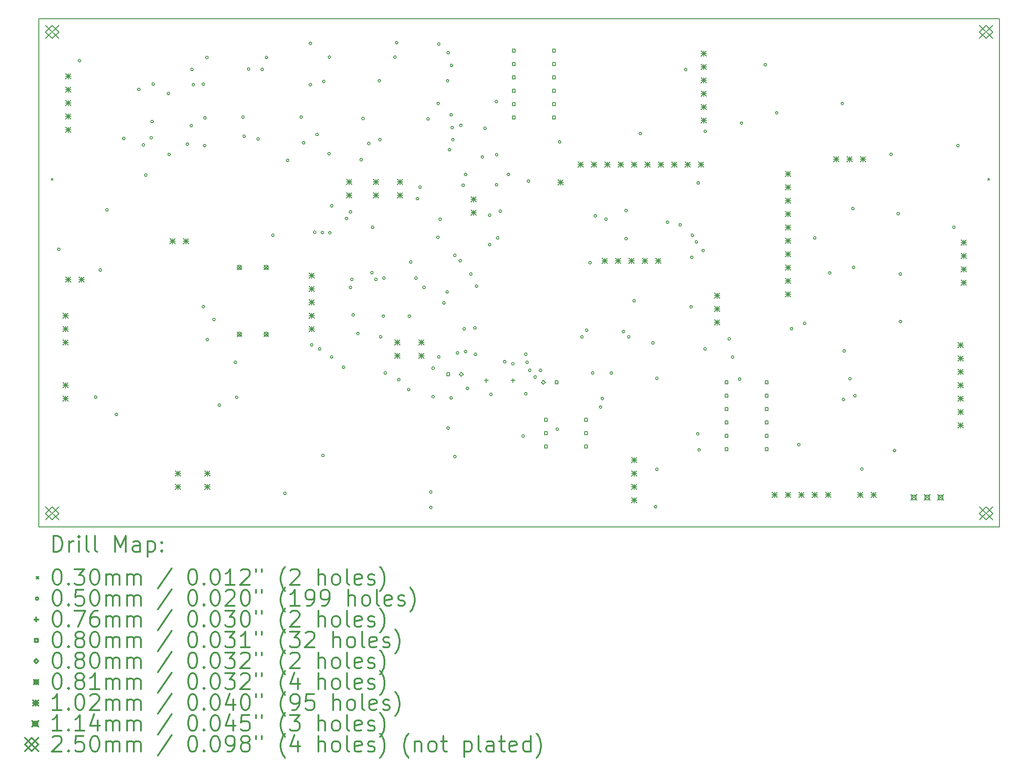
<source format=gbr>
%FSLAX45Y45*%
G04 Gerber Fmt 4.5, Leading zero omitted, Abs format (unit mm)*
G04 Created by KiCad (PCBNEW no-vcs-found-product) date Thu Sep 29 15:37:55 2016*
%MOMM*%
%LPD*%
G01*
G04 APERTURE LIST*
%ADD10C,0.127000*%
%ADD11C,0.150000*%
%ADD12C,0.200000*%
%ADD13C,0.300000*%
G04 APERTURE END LIST*
D10*
D11*
X5715000Y-14427200D02*
X5715000Y-4775200D01*
X23952200Y-14427200D02*
X5715000Y-14427200D01*
X23952200Y-4775200D02*
X23952200Y-14427200D01*
X5715000Y-4775200D02*
X23952200Y-4775200D01*
D12*
X5954000Y-7808200D02*
X5984000Y-7838200D01*
X5984000Y-7808200D02*
X5954000Y-7838200D01*
X23734000Y-7808200D02*
X23764000Y-7838200D01*
X23764000Y-7808200D02*
X23734000Y-7838200D01*
X6121000Y-9156700D02*
G75*
G03X6121000Y-9156700I-25000J0D01*
G01*
X6512160Y-5574030D02*
G75*
G03X6512160Y-5574030I-25000J0D01*
G01*
X6819500Y-11963400D02*
G75*
G03X6819500Y-11963400I-25000J0D01*
G01*
X6908400Y-9550400D02*
G75*
G03X6908400Y-9550400I-25000J0D01*
G01*
X7035400Y-8407400D02*
G75*
G03X7035400Y-8407400I-25000J0D01*
G01*
X7213200Y-12293600D02*
G75*
G03X7213200Y-12293600I-25000J0D01*
G01*
X7354170Y-7052310D02*
G75*
G03X7354170Y-7052310I-25000J0D01*
G01*
X7640880Y-6119550D02*
G75*
G03X7640880Y-6119550I-25000J0D01*
G01*
X7726280Y-7172960D02*
G75*
G03X7726280Y-7172960I-25000J0D01*
G01*
X7772000Y-7747000D02*
G75*
G03X7772000Y-7747000I-25000J0D01*
G01*
X7873600Y-7038340D02*
G75*
G03X7873600Y-7038340I-25000J0D01*
G01*
X7892350Y-6730100D02*
G75*
G03X7892350Y-6730100I-25000J0D01*
G01*
X7911700Y-6019800D02*
G75*
G03X7911700Y-6019800I-25000J0D01*
G01*
X8203800Y-6197600D02*
G75*
G03X8203800Y-6197600I-25000J0D01*
G01*
X8214590Y-7355210D02*
G75*
G03X8214590Y-7355210I-25000J0D01*
G01*
X8562230Y-7159070D02*
G75*
G03X8562230Y-7159070I-25000J0D01*
G01*
X8635600Y-6807200D02*
G75*
G03X8635600Y-6807200I-25000J0D01*
G01*
X8648300Y-5740400D02*
G75*
G03X8648300Y-5740400I-25000J0D01*
G01*
X8673700Y-6032500D02*
G75*
G03X8673700Y-6032500I-25000J0D01*
G01*
X8864200Y-6019800D02*
G75*
G03X8864200Y-6019800I-25000J0D01*
G01*
X8864830Y-10245100D02*
G75*
G03X8864830Y-10245100I-25000J0D01*
G01*
X8889600Y-7188200D02*
G75*
G03X8889600Y-7188200I-25000J0D01*
G01*
X8895650Y-6659750D02*
G75*
G03X8895650Y-6659750I-25000J0D01*
G01*
X8933750Y-5513410D02*
G75*
G03X8933750Y-5513410I-25000J0D01*
G01*
X8940400Y-10871200D02*
G75*
G03X8940400Y-10871200I-25000J0D01*
G01*
X9067400Y-10490200D02*
G75*
G03X9067400Y-10490200I-25000J0D01*
G01*
X9169000Y-12115800D02*
G75*
G03X9169000Y-12115800I-25000J0D01*
G01*
X9473800Y-11303000D02*
G75*
G03X9473800Y-11303000I-25000J0D01*
G01*
X9498100Y-11967050D02*
G75*
G03X9498100Y-11967050I-25000J0D01*
G01*
X9617620Y-6646280D02*
G75*
G03X9617620Y-6646280I-25000J0D01*
G01*
X9638900Y-7010400D02*
G75*
G03X9638900Y-7010400I-25000J0D01*
G01*
X9722940Y-5734650D02*
G75*
G03X9722940Y-5734650I-25000J0D01*
G01*
X9905600Y-7061200D02*
G75*
G03X9905600Y-7061200I-25000J0D01*
G01*
X9981800Y-5740400D02*
G75*
G03X9981800Y-5740400I-25000J0D01*
G01*
X10064050Y-5512210D02*
G75*
G03X10064050Y-5512210I-25000J0D01*
G01*
X10185000Y-8890000D02*
G75*
G03X10185000Y-8890000I-25000J0D01*
G01*
X10413600Y-13792200D02*
G75*
G03X10413600Y-13792200I-25000J0D01*
G01*
X10464400Y-7467600D02*
G75*
G03X10464400Y-7467600I-25000J0D01*
G01*
X10721640Y-6644160D02*
G75*
G03X10721640Y-6644160I-25000J0D01*
G01*
X10768830Y-7133670D02*
G75*
G03X10768830Y-7133670I-25000J0D01*
G01*
X10896120Y-6031320D02*
G75*
G03X10896120Y-6031320I-25000J0D01*
G01*
X10896200Y-5245100D02*
G75*
G03X10896200Y-5245100I-25000J0D01*
G01*
X10921600Y-10972800D02*
G75*
G03X10921600Y-10972800I-25000J0D01*
G01*
X10979680Y-8832140D02*
G75*
G03X10979680Y-8832140I-25000J0D01*
G01*
X11023200Y-6975900D02*
G75*
G03X11023200Y-6975900I-25000J0D01*
G01*
X11074000Y-11049000D02*
G75*
G03X11074000Y-11049000I-25000J0D01*
G01*
X11124800Y-8839200D02*
G75*
G03X11124800Y-8839200I-25000J0D01*
G01*
X11134400Y-13071100D02*
G75*
G03X11134400Y-13071100I-25000J0D01*
G01*
X11150200Y-5969000D02*
G75*
G03X11150200Y-5969000I-25000J0D01*
G01*
X11251800Y-7340600D02*
G75*
G03X11251800Y-7340600I-25000J0D01*
G01*
X11257850Y-5506140D02*
G75*
G03X11257850Y-5506140I-25000J0D01*
G01*
X11264800Y-8842930D02*
G75*
G03X11264800Y-8842930I-25000J0D01*
G01*
X11299680Y-11202070D02*
G75*
G03X11299680Y-11202070I-25000J0D01*
G01*
X11302600Y-8331200D02*
G75*
G03X11302600Y-8331200I-25000J0D01*
G01*
X11525350Y-11396250D02*
G75*
G03X11525350Y-11396250I-25000J0D01*
G01*
X11582000Y-8572500D02*
G75*
G03X11582000Y-8572500I-25000J0D01*
G01*
X11658200Y-8445500D02*
G75*
G03X11658200Y-8445500I-25000J0D01*
G01*
X11658200Y-9880600D02*
G75*
G03X11658200Y-9880600I-25000J0D01*
G01*
X11683600Y-9728200D02*
G75*
G03X11683600Y-9728200I-25000J0D01*
G01*
X11709000Y-10401300D02*
G75*
G03X11709000Y-10401300I-25000J0D01*
G01*
X11797900Y-10756900D02*
G75*
G03X11797900Y-10756900I-25000J0D01*
G01*
X11861400Y-7454900D02*
G75*
G03X11861400Y-7454900I-25000J0D01*
G01*
X11896240Y-6672450D02*
G75*
G03X11896240Y-6672450I-25000J0D01*
G01*
X12005440Y-7146370D02*
G75*
G03X12005440Y-7146370I-25000J0D01*
G01*
X12064600Y-9601200D02*
G75*
G03X12064600Y-9601200I-25000J0D01*
G01*
X12077300Y-8737600D02*
G75*
G03X12077300Y-8737600I-25000J0D01*
G01*
X12140800Y-9728200D02*
G75*
G03X12140800Y-9728200I-25000J0D01*
G01*
X12204300Y-5956300D02*
G75*
G03X12204300Y-5956300I-25000J0D01*
G01*
X12217000Y-7073900D02*
G75*
G03X12217000Y-7073900I-25000J0D01*
G01*
X12229700Y-10820400D02*
G75*
G03X12229700Y-10820400I-25000J0D01*
G01*
X12280500Y-10426700D02*
G75*
G03X12280500Y-10426700I-25000J0D01*
G01*
X12293200Y-9702800D02*
G75*
G03X12293200Y-9702800I-25000J0D01*
G01*
X12318600Y-11506200D02*
G75*
G03X12318600Y-11506200I-25000J0D01*
G01*
X12502450Y-5506140D02*
G75*
G03X12502450Y-5506140I-25000J0D01*
G01*
X12534500Y-5232400D02*
G75*
G03X12534500Y-5232400I-25000J0D01*
G01*
X12574508Y-11631292D02*
G75*
G03X12574508Y-11631292I-25000J0D01*
G01*
X12763100Y-11819800D02*
G75*
G03X12763100Y-11819800I-25000J0D01*
G01*
X12775800Y-10426700D02*
G75*
G03X12775800Y-10426700I-25000J0D01*
G01*
X12801200Y-9398000D02*
G75*
G03X12801200Y-9398000I-25000J0D01*
G01*
X12902800Y-9702800D02*
G75*
G03X12902800Y-9702800I-25000J0D01*
G01*
X12928200Y-8195100D02*
G75*
G03X12928200Y-8195100I-25000J0D01*
G01*
X12979000Y-7975600D02*
G75*
G03X12979000Y-7975600I-25000J0D01*
G01*
X13055200Y-9880600D02*
G75*
G03X13055200Y-9880600I-25000J0D01*
G01*
X13131400Y-6680200D02*
G75*
G03X13131400Y-6680200I-25000J0D01*
G01*
X13182200Y-13766800D02*
G75*
G03X13182200Y-13766800I-25000J0D01*
G01*
X13182200Y-14058900D02*
G75*
G03X13182200Y-14058900I-25000J0D01*
G01*
X13226480Y-11955100D02*
G75*
G03X13226480Y-11955100I-25000J0D01*
G01*
X13227000Y-11413700D02*
G75*
G03X13227000Y-11413700I-25000J0D01*
G01*
X13318300Y-8928840D02*
G75*
G03X13318300Y-8928840I-25000J0D01*
G01*
X13321900Y-6388100D02*
G75*
G03X13321900Y-6388100I-25000J0D01*
G01*
X13334600Y-5257800D02*
G75*
G03X13334600Y-5257800I-25000J0D01*
G01*
X13334600Y-11201400D02*
G75*
G03X13334600Y-11201400I-25000J0D01*
G01*
X13360000Y-8585200D02*
G75*
G03X13360000Y-8585200I-25000J0D01*
G01*
X13431900Y-10176200D02*
G75*
G03X13431900Y-10176200I-25000J0D01*
G01*
X13492800Y-9965900D02*
G75*
G03X13492800Y-9965900I-25000J0D01*
G01*
X13499700Y-5956300D02*
G75*
G03X13499700Y-5956300I-25000J0D01*
G01*
X13511000Y-12551970D02*
G75*
G03X13511000Y-12551970I-25000J0D01*
G01*
X13512400Y-5422900D02*
G75*
G03X13512400Y-5422900I-25000J0D01*
G01*
X13537800Y-7264400D02*
G75*
G03X13537800Y-7264400I-25000J0D01*
G01*
X13568090Y-11979540D02*
G75*
G03X13568090Y-11979540I-25000J0D01*
G01*
X13568900Y-6602250D02*
G75*
G03X13568900Y-6602250I-25000J0D01*
G01*
X13575900Y-5664200D02*
G75*
G03X13575900Y-5664200I-25000J0D01*
G01*
X13588600Y-6845300D02*
G75*
G03X13588600Y-6845300I-25000J0D01*
G01*
X13601300Y-7073900D02*
G75*
G03X13601300Y-7073900I-25000J0D01*
G01*
X13639400Y-9271000D02*
G75*
G03X13639400Y-9271000I-25000J0D01*
G01*
X13639400Y-13093700D02*
G75*
G03X13639400Y-13093700I-25000J0D01*
G01*
X13690200Y-11125200D02*
G75*
G03X13690200Y-11125200I-25000J0D01*
G01*
X13741000Y-9372600D02*
G75*
G03X13741000Y-9372600I-25000J0D01*
G01*
X13752800Y-6802530D02*
G75*
G03X13752800Y-6802530I-25000J0D01*
G01*
X13796560Y-7940030D02*
G75*
G03X13796560Y-7940030I-25000J0D01*
G01*
X13817200Y-10668000D02*
G75*
G03X13817200Y-10668000I-25000J0D01*
G01*
X13842600Y-7734300D02*
G75*
G03X13842600Y-7734300I-25000J0D01*
G01*
X13842600Y-11099800D02*
G75*
G03X13842600Y-11099800I-25000J0D01*
G01*
X13879430Y-11798300D02*
G75*
G03X13879430Y-11798300I-25000J0D01*
G01*
X13944200Y-9626600D02*
G75*
G03X13944200Y-9626600I-25000J0D01*
G01*
X14020400Y-10650100D02*
G75*
G03X14020400Y-10650100I-25000J0D01*
G01*
X14029500Y-11150600D02*
G75*
G03X14029500Y-11150600I-25000J0D01*
G01*
X14050600Y-9856190D02*
G75*
G03X14050600Y-9856190I-25000J0D01*
G01*
X14160100Y-7404100D02*
G75*
G03X14160100Y-7404100I-25000J0D01*
G01*
X14210900Y-6858000D02*
G75*
G03X14210900Y-6858000I-25000J0D01*
G01*
X14299800Y-8509000D02*
G75*
G03X14299800Y-8509000I-25000J0D01*
G01*
X14299800Y-9067800D02*
G75*
G03X14299800Y-9067800I-25000J0D01*
G01*
X14325200Y-11912600D02*
G75*
G03X14325200Y-11912600I-25000J0D01*
G01*
X14426800Y-6350000D02*
G75*
G03X14426800Y-6350000I-25000J0D01*
G01*
X14430401Y-7931543D02*
G75*
G03X14430401Y-7931543I-25000J0D01*
G01*
X14433240Y-7359840D02*
G75*
G03X14433240Y-7359840I-25000J0D01*
G01*
X14452200Y-8940800D02*
G75*
G03X14452200Y-8940800I-25000J0D01*
G01*
X14503000Y-8432800D02*
G75*
G03X14503000Y-8432800I-25000J0D01*
G01*
X14585550Y-11291570D02*
G75*
G03X14585550Y-11291570I-25000J0D01*
G01*
X14655400Y-7734300D02*
G75*
G03X14655400Y-7734300I-25000J0D01*
G01*
X14740490Y-11330940D02*
G75*
G03X14740490Y-11330940I-25000J0D01*
G01*
X14934800Y-12703810D02*
G75*
G03X14934800Y-12703810I-25000J0D01*
G01*
X14985600Y-11150600D02*
G75*
G03X14985600Y-11150600I-25000J0D01*
G01*
X14985601Y-11899900D02*
G75*
G03X14985601Y-11899900I-25000J0D01*
G01*
X15011000Y-11303000D02*
G75*
G03X15011000Y-11303000I-25000J0D01*
G01*
X15036400Y-7861300D02*
G75*
G03X15036400Y-7861300I-25000J0D01*
G01*
X15061800Y-11455400D02*
G75*
G03X15061800Y-11455400I-25000J0D01*
G01*
X15163400Y-11582400D02*
G75*
G03X15163400Y-11582400I-25000J0D01*
G01*
X15265000Y-11455400D02*
G75*
G03X15265000Y-11455400I-25000J0D01*
G01*
X15582390Y-12574560D02*
G75*
G03X15582390Y-12574560I-25000J0D01*
G01*
X15627199Y-7117013D02*
G75*
G03X15627199Y-7117013I-25000J0D01*
G01*
X16052400Y-10820400D02*
G75*
G03X16052400Y-10820400I-25000J0D01*
G01*
X16141300Y-10693400D02*
G75*
G03X16141300Y-10693400I-25000J0D01*
G01*
X16204800Y-9410700D02*
G75*
G03X16204800Y-9410700I-25000J0D01*
G01*
X16255600Y-11506200D02*
G75*
G03X16255600Y-11506200I-25000J0D01*
G01*
X16306400Y-8521700D02*
G75*
G03X16306400Y-8521700I-25000J0D01*
G01*
X16404190Y-12153900D02*
G75*
G03X16404190Y-12153900I-25000J0D01*
G01*
X16437210Y-11991340D02*
G75*
G03X16437210Y-11991340I-25000J0D01*
G01*
X16509600Y-8585200D02*
G75*
G03X16509600Y-8585200I-25000J0D01*
G01*
X16611200Y-11506200D02*
G75*
G03X16611200Y-11506200I-25000J0D01*
G01*
X16839800Y-10718800D02*
G75*
G03X16839800Y-10718800I-25000J0D01*
G01*
X16890600Y-8420100D02*
G75*
G03X16890600Y-8420100I-25000J0D01*
G01*
X16890600Y-8953500D02*
G75*
G03X16890600Y-8953500I-25000J0D01*
G01*
X16941400Y-10820400D02*
G75*
G03X16941400Y-10820400I-25000J0D01*
G01*
X17043000Y-10134600D02*
G75*
G03X17043000Y-10134600I-25000J0D01*
G01*
X17160130Y-6957601D02*
G75*
G03X17160130Y-6957601I-25000J0D01*
G01*
X17398600Y-10934700D02*
G75*
G03X17398600Y-10934700I-25000J0D01*
G01*
X17449400Y-14046200D02*
G75*
G03X17449400Y-14046200I-25000J0D01*
G01*
X17474800Y-11607800D02*
G75*
G03X17474800Y-11607800I-25000J0D01*
G01*
X17474800Y-13335000D02*
G75*
G03X17474800Y-13335000I-25000J0D01*
G01*
X17677500Y-8642600D02*
G75*
G03X17677500Y-8642600I-25000J0D01*
G01*
X17917730Y-8692040D02*
G75*
G03X17917730Y-8692040I-25000J0D01*
G01*
X18022170Y-5742940D02*
G75*
G03X18022170Y-5742940I-25000J0D01*
G01*
X18122500Y-10248900D02*
G75*
G03X18122500Y-10248900I-25000J0D01*
G01*
X18135200Y-9309100D02*
G75*
G03X18135200Y-9309100I-25000J0D01*
G01*
X18147900Y-8890000D02*
G75*
G03X18147900Y-8890000I-25000J0D01*
G01*
X18224100Y-9017000D02*
G75*
G03X18224100Y-9017000I-25000J0D01*
G01*
X18249500Y-12661900D02*
G75*
G03X18249500Y-12661900I-25000J0D01*
G01*
X18259000Y-7896200D02*
G75*
G03X18259000Y-7896200I-25000J0D01*
G01*
X18274900Y-12966700D02*
G75*
G03X18274900Y-12966700I-25000J0D01*
G01*
X18351100Y-9182100D02*
G75*
G03X18351100Y-9182100I-25000J0D01*
G01*
X18389200Y-11049000D02*
G75*
G03X18389200Y-11049000I-25000J0D01*
G01*
X18392430Y-6916400D02*
G75*
G03X18392430Y-6916400I-25000J0D01*
G01*
X18846810Y-10857460D02*
G75*
G03X18846810Y-10857460I-25000J0D01*
G01*
X18910610Y-11202900D02*
G75*
G03X18910610Y-11202900I-25000J0D01*
G01*
X19046000Y-11621300D02*
G75*
G03X19046000Y-11621300I-25000J0D01*
G01*
X19080080Y-6759800D02*
G75*
G03X19080080Y-6759800I-25000J0D01*
G01*
X19532200Y-5651500D02*
G75*
G03X19532200Y-5651500I-25000J0D01*
G01*
X19748100Y-6565900D02*
G75*
G03X19748100Y-6565900I-25000J0D01*
G01*
X20031510Y-10665550D02*
G75*
G03X20031510Y-10665550I-25000J0D01*
G01*
X20168470Y-12866370D02*
G75*
G03X20168470Y-12866370I-25000J0D01*
G01*
X20279010Y-10561430D02*
G75*
G03X20279010Y-10561430I-25000J0D01*
G01*
X20472000Y-8940800D02*
G75*
G03X20472000Y-8940800I-25000J0D01*
G01*
X20755370Y-9605590D02*
G75*
G03X20755370Y-9605590I-25000J0D01*
G01*
X20992700Y-6388100D02*
G75*
G03X20992700Y-6388100I-25000J0D01*
G01*
X21016830Y-12009120D02*
G75*
G03X21016830Y-12009120I-25000J0D01*
G01*
X21030800Y-11087100D02*
G75*
G03X21030800Y-11087100I-25000J0D01*
G01*
X21140020Y-11615420D02*
G75*
G03X21140020Y-11615420I-25000J0D01*
G01*
X21195900Y-8382000D02*
G75*
G03X21195900Y-8382000I-25000J0D01*
G01*
X21208600Y-9499600D02*
G75*
G03X21208600Y-9499600I-25000J0D01*
G01*
X21234000Y-11938000D02*
G75*
G03X21234000Y-11938000I-25000J0D01*
G01*
X21367350Y-13328650D02*
G75*
G03X21367350Y-13328650I-25000J0D01*
G01*
X21919800Y-7353300D02*
G75*
G03X21919800Y-7353300I-25000J0D01*
G01*
X21986100Y-12979400D02*
G75*
G03X21986100Y-12979400I-25000J0D01*
G01*
X22055950Y-8480750D02*
G75*
G03X22055950Y-8480750I-25000J0D01*
G01*
X22097600Y-9626600D02*
G75*
G03X22097600Y-9626600I-25000J0D01*
G01*
X22097600Y-10528300D02*
G75*
G03X22097600Y-10528300I-25000J0D01*
G01*
X23113600Y-8737600D02*
G75*
G03X23113600Y-8737600I-25000J0D01*
G01*
X23189800Y-7188200D02*
G75*
G03X23189800Y-7188200I-25000J0D01*
G01*
X14211300Y-11607800D02*
X14211300Y-11684000D01*
X14173200Y-11645900D02*
X14249400Y-11645900D01*
X14719300Y-11607800D02*
X14719300Y-11684000D01*
X14681200Y-11645900D02*
X14757400Y-11645900D01*
X13515684Y-11559884D02*
X13515684Y-11503315D01*
X13459115Y-11503315D01*
X13459115Y-11559884D01*
X13515684Y-11559884D01*
X14760284Y-5413085D02*
X14760284Y-5356516D01*
X14703715Y-5356516D01*
X14703715Y-5413085D01*
X14760284Y-5413085D01*
X14760284Y-5667084D02*
X14760284Y-5610515D01*
X14703715Y-5610515D01*
X14703715Y-5667084D01*
X14760284Y-5667084D01*
X14760284Y-5921084D02*
X14760284Y-5864515D01*
X14703715Y-5864515D01*
X14703715Y-5921084D01*
X14760284Y-5921084D01*
X14760284Y-6175084D02*
X14760284Y-6118515D01*
X14703715Y-6118515D01*
X14703715Y-6175084D01*
X14760284Y-6175084D01*
X14760284Y-6429084D02*
X14760284Y-6372515D01*
X14703715Y-6372515D01*
X14703715Y-6429084D01*
X14760284Y-6429084D01*
X14760284Y-6683084D02*
X14760284Y-6626515D01*
X14703715Y-6626515D01*
X14703715Y-6683084D01*
X14760284Y-6683084D01*
X15369884Y-12423484D02*
X15369884Y-12366915D01*
X15313315Y-12366915D01*
X15313315Y-12423484D01*
X15369884Y-12423484D01*
X15369884Y-12677484D02*
X15369884Y-12620915D01*
X15313315Y-12620915D01*
X15313315Y-12677484D01*
X15369884Y-12677484D01*
X15369884Y-12931484D02*
X15369884Y-12874915D01*
X15313315Y-12874915D01*
X15313315Y-12931484D01*
X15369884Y-12931484D01*
X15522284Y-5413085D02*
X15522284Y-5356516D01*
X15465715Y-5356516D01*
X15465715Y-5413085D01*
X15522284Y-5413085D01*
X15522284Y-5667084D02*
X15522284Y-5610515D01*
X15465715Y-5610515D01*
X15465715Y-5667084D01*
X15522284Y-5667084D01*
X15522284Y-5921084D02*
X15522284Y-5864515D01*
X15465715Y-5864515D01*
X15465715Y-5921084D01*
X15522284Y-5921084D01*
X15522284Y-6175084D02*
X15522284Y-6118515D01*
X15465715Y-6118515D01*
X15465715Y-6175084D01*
X15522284Y-6175084D01*
X15522284Y-6429084D02*
X15522284Y-6372515D01*
X15465715Y-6372515D01*
X15465715Y-6429084D01*
X15522284Y-6429084D01*
X15522284Y-6683084D02*
X15522284Y-6626515D01*
X15465715Y-6626515D01*
X15465715Y-6683084D01*
X15522284Y-6683084D01*
X15573084Y-11712284D02*
X15573084Y-11655715D01*
X15516515Y-11655715D01*
X15516515Y-11712284D01*
X15573084Y-11712284D01*
X16131884Y-12423484D02*
X16131884Y-12366915D01*
X16075315Y-12366915D01*
X16075315Y-12423484D01*
X16131884Y-12423484D01*
X16131884Y-12677484D02*
X16131884Y-12620915D01*
X16075315Y-12620915D01*
X16075315Y-12677484D01*
X16131884Y-12677484D01*
X16131884Y-12931484D02*
X16131884Y-12874915D01*
X16075315Y-12874915D01*
X16075315Y-12931484D01*
X16131884Y-12931484D01*
X18798885Y-11712284D02*
X18798885Y-11655715D01*
X18742316Y-11655715D01*
X18742316Y-11712284D01*
X18798885Y-11712284D01*
X18798885Y-11966284D02*
X18798885Y-11909715D01*
X18742316Y-11909715D01*
X18742316Y-11966284D01*
X18798885Y-11966284D01*
X18798885Y-12220284D02*
X18798885Y-12163715D01*
X18742316Y-12163715D01*
X18742316Y-12220284D01*
X18798885Y-12220284D01*
X18798885Y-12474284D02*
X18798885Y-12417715D01*
X18742316Y-12417715D01*
X18742316Y-12474284D01*
X18798885Y-12474284D01*
X18798885Y-12728284D02*
X18798885Y-12671715D01*
X18742316Y-12671715D01*
X18742316Y-12728284D01*
X18798885Y-12728284D01*
X18798885Y-12982284D02*
X18798885Y-12925715D01*
X18742316Y-12925715D01*
X18742316Y-12982284D01*
X18798885Y-12982284D01*
X19560885Y-11712284D02*
X19560885Y-11655715D01*
X19504316Y-11655715D01*
X19504316Y-11712284D01*
X19560885Y-11712284D01*
X19560885Y-11966284D02*
X19560885Y-11909715D01*
X19504316Y-11909715D01*
X19504316Y-11966284D01*
X19560885Y-11966284D01*
X19560885Y-12220284D02*
X19560885Y-12163715D01*
X19504316Y-12163715D01*
X19504316Y-12220284D01*
X19560885Y-12220284D01*
X19560885Y-12474284D02*
X19560885Y-12417715D01*
X19504316Y-12417715D01*
X19504316Y-12474284D01*
X19560885Y-12474284D01*
X19560885Y-12728284D02*
X19560885Y-12671715D01*
X19504316Y-12671715D01*
X19504316Y-12728284D01*
X19560885Y-12728284D01*
X19560885Y-12982284D02*
X19560885Y-12925715D01*
X19504316Y-12925715D01*
X19504316Y-12982284D01*
X19560885Y-12982284D01*
X13737400Y-11571605D02*
X13777405Y-11531600D01*
X13737400Y-11491595D01*
X13697395Y-11531600D01*
X13737400Y-11571605D01*
X15294800Y-11724005D02*
X15334805Y-11684000D01*
X15294800Y-11643995D01*
X15254795Y-11684000D01*
X15294800Y-11724005D01*
X9484360Y-9458960D02*
X9565640Y-9540240D01*
X9565640Y-9458960D02*
X9484360Y-9540240D01*
X9565640Y-9499600D02*
G75*
G03X9565640Y-9499600I-40640J0D01*
G01*
X9484360Y-10728960D02*
X9565640Y-10810240D01*
X9565640Y-10728960D02*
X9484360Y-10810240D01*
X9565640Y-10769600D02*
G75*
G03X9565640Y-10769600I-40640J0D01*
G01*
X9992360Y-9458960D02*
X10073640Y-9540240D01*
X10073640Y-9458960D02*
X9992360Y-9540240D01*
X10073640Y-9499600D02*
G75*
G03X10073640Y-9499600I-40640J0D01*
G01*
X9992360Y-10728960D02*
X10073640Y-10810240D01*
X10073640Y-10728960D02*
X9992360Y-10810240D01*
X10073640Y-10769600D02*
G75*
G03X10073640Y-10769600I-40640J0D01*
G01*
X6172200Y-10363200D02*
X6273800Y-10464800D01*
X6273800Y-10363200D02*
X6172200Y-10464800D01*
X6223000Y-10363200D02*
X6223000Y-10464800D01*
X6172200Y-10414000D02*
X6273800Y-10414000D01*
X6172200Y-10617200D02*
X6273800Y-10718800D01*
X6273800Y-10617200D02*
X6172200Y-10718800D01*
X6223000Y-10617200D02*
X6223000Y-10718800D01*
X6172200Y-10668000D02*
X6273800Y-10668000D01*
X6172200Y-10871200D02*
X6273800Y-10972800D01*
X6273800Y-10871200D02*
X6172200Y-10972800D01*
X6223000Y-10871200D02*
X6223000Y-10972800D01*
X6172200Y-10922000D02*
X6273800Y-10922000D01*
X6172200Y-11684000D02*
X6273800Y-11785600D01*
X6273800Y-11684000D02*
X6172200Y-11785600D01*
X6223000Y-11684000D02*
X6223000Y-11785600D01*
X6172200Y-11734800D02*
X6273800Y-11734800D01*
X6172200Y-11938000D02*
X6273800Y-12039600D01*
X6273800Y-11938000D02*
X6172200Y-12039600D01*
X6223000Y-11938000D02*
X6223000Y-12039600D01*
X6172200Y-11988800D02*
X6273800Y-11988800D01*
X6223000Y-5816600D02*
X6324600Y-5918200D01*
X6324600Y-5816600D02*
X6223000Y-5918200D01*
X6273800Y-5816600D02*
X6273800Y-5918200D01*
X6223000Y-5867400D02*
X6324600Y-5867400D01*
X6223000Y-6070600D02*
X6324600Y-6172200D01*
X6324600Y-6070600D02*
X6223000Y-6172200D01*
X6273800Y-6070600D02*
X6273800Y-6172200D01*
X6223000Y-6121400D02*
X6324600Y-6121400D01*
X6223000Y-6324600D02*
X6324600Y-6426200D01*
X6324600Y-6324600D02*
X6223000Y-6426200D01*
X6273800Y-6324600D02*
X6273800Y-6426200D01*
X6223000Y-6375400D02*
X6324600Y-6375400D01*
X6223000Y-6578600D02*
X6324600Y-6680200D01*
X6324600Y-6578600D02*
X6223000Y-6680200D01*
X6273800Y-6578600D02*
X6273800Y-6680200D01*
X6223000Y-6629400D02*
X6324600Y-6629400D01*
X6223000Y-6832600D02*
X6324600Y-6934200D01*
X6324600Y-6832600D02*
X6223000Y-6934200D01*
X6273800Y-6832600D02*
X6273800Y-6934200D01*
X6223000Y-6883400D02*
X6324600Y-6883400D01*
X6223000Y-9677400D02*
X6324600Y-9779000D01*
X6324600Y-9677400D02*
X6223000Y-9779000D01*
X6273800Y-9677400D02*
X6273800Y-9779000D01*
X6223000Y-9728200D02*
X6324600Y-9728200D01*
X6477000Y-9677400D02*
X6578600Y-9779000D01*
X6578600Y-9677400D02*
X6477000Y-9779000D01*
X6527800Y-9677400D02*
X6527800Y-9779000D01*
X6477000Y-9728200D02*
X6578600Y-9728200D01*
X8204200Y-8953500D02*
X8305800Y-9055100D01*
X8305800Y-8953500D02*
X8204200Y-9055100D01*
X8255000Y-8953500D02*
X8255000Y-9055100D01*
X8204200Y-9004300D02*
X8305800Y-9004300D01*
X8305800Y-13360400D02*
X8407400Y-13462000D01*
X8407400Y-13360400D02*
X8305800Y-13462000D01*
X8356600Y-13360400D02*
X8356600Y-13462000D01*
X8305800Y-13411200D02*
X8407400Y-13411200D01*
X8305800Y-13614400D02*
X8407400Y-13716000D01*
X8407400Y-13614400D02*
X8305800Y-13716000D01*
X8356600Y-13614400D02*
X8356600Y-13716000D01*
X8305800Y-13665200D02*
X8407400Y-13665200D01*
X8458200Y-8953500D02*
X8559800Y-9055100D01*
X8559800Y-8953500D02*
X8458200Y-9055100D01*
X8509000Y-8953500D02*
X8509000Y-9055100D01*
X8458200Y-9004300D02*
X8559800Y-9004300D01*
X8864600Y-13360400D02*
X8966200Y-13462000D01*
X8966200Y-13360400D02*
X8864600Y-13462000D01*
X8915400Y-13360400D02*
X8915400Y-13462000D01*
X8864600Y-13411200D02*
X8966200Y-13411200D01*
X8864600Y-13614400D02*
X8966200Y-13716000D01*
X8966200Y-13614400D02*
X8864600Y-13716000D01*
X8915400Y-13614400D02*
X8915400Y-13716000D01*
X8864600Y-13665200D02*
X8966200Y-13665200D01*
X10845800Y-9601200D02*
X10947400Y-9702800D01*
X10947400Y-9601200D02*
X10845800Y-9702800D01*
X10896600Y-9601200D02*
X10896600Y-9702800D01*
X10845800Y-9652000D02*
X10947400Y-9652000D01*
X10845800Y-9855200D02*
X10947400Y-9956800D01*
X10947400Y-9855200D02*
X10845800Y-9956800D01*
X10896600Y-9855200D02*
X10896600Y-9956800D01*
X10845800Y-9906000D02*
X10947400Y-9906000D01*
X10845800Y-10109200D02*
X10947400Y-10210800D01*
X10947400Y-10109200D02*
X10845800Y-10210800D01*
X10896600Y-10109200D02*
X10896600Y-10210800D01*
X10845800Y-10160000D02*
X10947400Y-10160000D01*
X10845800Y-10363200D02*
X10947400Y-10464800D01*
X10947400Y-10363200D02*
X10845800Y-10464800D01*
X10896600Y-10363200D02*
X10896600Y-10464800D01*
X10845800Y-10414000D02*
X10947400Y-10414000D01*
X10845800Y-10617200D02*
X10947400Y-10718800D01*
X10947400Y-10617200D02*
X10845800Y-10718800D01*
X10896600Y-10617200D02*
X10896600Y-10718800D01*
X10845800Y-10668000D02*
X10947400Y-10668000D01*
X11557000Y-7823200D02*
X11658600Y-7924800D01*
X11658600Y-7823200D02*
X11557000Y-7924800D01*
X11607800Y-7823200D02*
X11607800Y-7924800D01*
X11557000Y-7874000D02*
X11658600Y-7874000D01*
X11557000Y-8077200D02*
X11658600Y-8178800D01*
X11658600Y-8077200D02*
X11557000Y-8178800D01*
X11607800Y-8077200D02*
X11607800Y-8178800D01*
X11557000Y-8128000D02*
X11658600Y-8128000D01*
X12065000Y-7823200D02*
X12166600Y-7924800D01*
X12166600Y-7823200D02*
X12065000Y-7924800D01*
X12115800Y-7823200D02*
X12115800Y-7924800D01*
X12065000Y-7874000D02*
X12166600Y-7874000D01*
X12065000Y-8077200D02*
X12166600Y-8178800D01*
X12166600Y-8077200D02*
X12065000Y-8178800D01*
X12115800Y-8077200D02*
X12115800Y-8178800D01*
X12065000Y-8128000D02*
X12166600Y-8128000D01*
X12471400Y-10871200D02*
X12573000Y-10972800D01*
X12573000Y-10871200D02*
X12471400Y-10972800D01*
X12522200Y-10871200D02*
X12522200Y-10972800D01*
X12471400Y-10922000D02*
X12573000Y-10922000D01*
X12471400Y-11125200D02*
X12573000Y-11226800D01*
X12573000Y-11125200D02*
X12471400Y-11226800D01*
X12522200Y-11125200D02*
X12522200Y-11226800D01*
X12471400Y-11176000D02*
X12573000Y-11176000D01*
X12522200Y-7823200D02*
X12623800Y-7924800D01*
X12623800Y-7823200D02*
X12522200Y-7924800D01*
X12573000Y-7823200D02*
X12573000Y-7924800D01*
X12522200Y-7874000D02*
X12623800Y-7874000D01*
X12522200Y-8077200D02*
X12623800Y-8178800D01*
X12623800Y-8077200D02*
X12522200Y-8178800D01*
X12573000Y-8077200D02*
X12573000Y-8178800D01*
X12522200Y-8128000D02*
X12623800Y-8128000D01*
X12928600Y-10871200D02*
X13030200Y-10972800D01*
X13030200Y-10871200D02*
X12928600Y-10972800D01*
X12979400Y-10871200D02*
X12979400Y-10972800D01*
X12928600Y-10922000D02*
X13030200Y-10922000D01*
X12928600Y-11125200D02*
X13030200Y-11226800D01*
X13030200Y-11125200D02*
X12928600Y-11226800D01*
X12979400Y-11125200D02*
X12979400Y-11226800D01*
X12928600Y-11176000D02*
X13030200Y-11176000D01*
X13919200Y-8153400D02*
X14020800Y-8255000D01*
X14020800Y-8153400D02*
X13919200Y-8255000D01*
X13970000Y-8153400D02*
X13970000Y-8255000D01*
X13919200Y-8204200D02*
X14020800Y-8204200D01*
X13919200Y-8407400D02*
X14020800Y-8509000D01*
X14020800Y-8407400D02*
X13919200Y-8509000D01*
X13970000Y-8407400D02*
X13970000Y-8509000D01*
X13919200Y-8458200D02*
X14020800Y-8458200D01*
X15570200Y-7835900D02*
X15671800Y-7937500D01*
X15671800Y-7835900D02*
X15570200Y-7937500D01*
X15621000Y-7835900D02*
X15621000Y-7937500D01*
X15570200Y-7886700D02*
X15671800Y-7886700D01*
X15951200Y-7493000D02*
X16052800Y-7594600D01*
X16052800Y-7493000D02*
X15951200Y-7594600D01*
X16002000Y-7493000D02*
X16002000Y-7594600D01*
X15951200Y-7543800D02*
X16052800Y-7543800D01*
X16205200Y-7493000D02*
X16306800Y-7594600D01*
X16306800Y-7493000D02*
X16205200Y-7594600D01*
X16256000Y-7493000D02*
X16256000Y-7594600D01*
X16205200Y-7543800D02*
X16306800Y-7543800D01*
X16408400Y-9321800D02*
X16510000Y-9423400D01*
X16510000Y-9321800D02*
X16408400Y-9423400D01*
X16459200Y-9321800D02*
X16459200Y-9423400D01*
X16408400Y-9372600D02*
X16510000Y-9372600D01*
X16459200Y-7493000D02*
X16560800Y-7594600D01*
X16560800Y-7493000D02*
X16459200Y-7594600D01*
X16510000Y-7493000D02*
X16510000Y-7594600D01*
X16459200Y-7543800D02*
X16560800Y-7543800D01*
X16662400Y-9321800D02*
X16764000Y-9423400D01*
X16764000Y-9321800D02*
X16662400Y-9423400D01*
X16713200Y-9321800D02*
X16713200Y-9423400D01*
X16662400Y-9372600D02*
X16764000Y-9372600D01*
X16713200Y-7493000D02*
X16814800Y-7594600D01*
X16814800Y-7493000D02*
X16713200Y-7594600D01*
X16764000Y-7493000D02*
X16764000Y-7594600D01*
X16713200Y-7543800D02*
X16814800Y-7543800D01*
X16916400Y-9321800D02*
X17018000Y-9423400D01*
X17018000Y-9321800D02*
X16916400Y-9423400D01*
X16967200Y-9321800D02*
X16967200Y-9423400D01*
X16916400Y-9372600D02*
X17018000Y-9372600D01*
X16967200Y-7493000D02*
X17068800Y-7594600D01*
X17068800Y-7493000D02*
X16967200Y-7594600D01*
X17018000Y-7493000D02*
X17018000Y-7594600D01*
X16967200Y-7543800D02*
X17068800Y-7543800D01*
X16967200Y-13106400D02*
X17068800Y-13208000D01*
X17068800Y-13106400D02*
X16967200Y-13208000D01*
X17018000Y-13106400D02*
X17018000Y-13208000D01*
X16967200Y-13157200D02*
X17068800Y-13157200D01*
X16967200Y-13360400D02*
X17068800Y-13462000D01*
X17068800Y-13360400D02*
X16967200Y-13462000D01*
X17018000Y-13360400D02*
X17018000Y-13462000D01*
X16967200Y-13411200D02*
X17068800Y-13411200D01*
X16967200Y-13614400D02*
X17068800Y-13716000D01*
X17068800Y-13614400D02*
X16967200Y-13716000D01*
X17018000Y-13614400D02*
X17018000Y-13716000D01*
X16967200Y-13665200D02*
X17068800Y-13665200D01*
X16967200Y-13868400D02*
X17068800Y-13970000D01*
X17068800Y-13868400D02*
X16967200Y-13970000D01*
X17018000Y-13868400D02*
X17018000Y-13970000D01*
X16967200Y-13919200D02*
X17068800Y-13919200D01*
X17170400Y-9321800D02*
X17272000Y-9423400D01*
X17272000Y-9321800D02*
X17170400Y-9423400D01*
X17221200Y-9321800D02*
X17221200Y-9423400D01*
X17170400Y-9372600D02*
X17272000Y-9372600D01*
X17221200Y-7493000D02*
X17322800Y-7594600D01*
X17322800Y-7493000D02*
X17221200Y-7594600D01*
X17272000Y-7493000D02*
X17272000Y-7594600D01*
X17221200Y-7543800D02*
X17322800Y-7543800D01*
X17424400Y-9321800D02*
X17526000Y-9423400D01*
X17526000Y-9321800D02*
X17424400Y-9423400D01*
X17475200Y-9321800D02*
X17475200Y-9423400D01*
X17424400Y-9372600D02*
X17526000Y-9372600D01*
X17475200Y-7493000D02*
X17576800Y-7594600D01*
X17576800Y-7493000D02*
X17475200Y-7594600D01*
X17526000Y-7493000D02*
X17526000Y-7594600D01*
X17475200Y-7543800D02*
X17576800Y-7543800D01*
X17729200Y-7493000D02*
X17830800Y-7594600D01*
X17830800Y-7493000D02*
X17729200Y-7594600D01*
X17780000Y-7493000D02*
X17780000Y-7594600D01*
X17729200Y-7543800D02*
X17830800Y-7543800D01*
X17983200Y-7493000D02*
X18084800Y-7594600D01*
X18084800Y-7493000D02*
X17983200Y-7594600D01*
X18034000Y-7493000D02*
X18034000Y-7594600D01*
X17983200Y-7543800D02*
X18084800Y-7543800D01*
X18237200Y-7493000D02*
X18338800Y-7594600D01*
X18338800Y-7493000D02*
X18237200Y-7594600D01*
X18288000Y-7493000D02*
X18288000Y-7594600D01*
X18237200Y-7543800D02*
X18338800Y-7543800D01*
X18288000Y-5384800D02*
X18389600Y-5486400D01*
X18389600Y-5384800D02*
X18288000Y-5486400D01*
X18338800Y-5384800D02*
X18338800Y-5486400D01*
X18288000Y-5435600D02*
X18389600Y-5435600D01*
X18288000Y-5638800D02*
X18389600Y-5740400D01*
X18389600Y-5638800D02*
X18288000Y-5740400D01*
X18338800Y-5638800D02*
X18338800Y-5740400D01*
X18288000Y-5689600D02*
X18389600Y-5689600D01*
X18288000Y-5892800D02*
X18389600Y-5994400D01*
X18389600Y-5892800D02*
X18288000Y-5994400D01*
X18338800Y-5892800D02*
X18338800Y-5994400D01*
X18288000Y-5943600D02*
X18389600Y-5943600D01*
X18288000Y-6146800D02*
X18389600Y-6248400D01*
X18389600Y-6146800D02*
X18288000Y-6248400D01*
X18338800Y-6146800D02*
X18338800Y-6248400D01*
X18288000Y-6197600D02*
X18389600Y-6197600D01*
X18288000Y-6400800D02*
X18389600Y-6502400D01*
X18389600Y-6400800D02*
X18288000Y-6502400D01*
X18338800Y-6400800D02*
X18338800Y-6502400D01*
X18288000Y-6451600D02*
X18389600Y-6451600D01*
X18288000Y-6654800D02*
X18389600Y-6756400D01*
X18389600Y-6654800D02*
X18288000Y-6756400D01*
X18338800Y-6654800D02*
X18338800Y-6756400D01*
X18288000Y-6705600D02*
X18389600Y-6705600D01*
X18542000Y-9982200D02*
X18643600Y-10083800D01*
X18643600Y-9982200D02*
X18542000Y-10083800D01*
X18592800Y-9982200D02*
X18592800Y-10083800D01*
X18542000Y-10033000D02*
X18643600Y-10033000D01*
X18542000Y-10236200D02*
X18643600Y-10337800D01*
X18643600Y-10236200D02*
X18542000Y-10337800D01*
X18592800Y-10236200D02*
X18592800Y-10337800D01*
X18542000Y-10287000D02*
X18643600Y-10287000D01*
X18542000Y-10490200D02*
X18643600Y-10591800D01*
X18643600Y-10490200D02*
X18542000Y-10591800D01*
X18592800Y-10490200D02*
X18592800Y-10591800D01*
X18542000Y-10541000D02*
X18643600Y-10541000D01*
X19634200Y-13766800D02*
X19735800Y-13868400D01*
X19735800Y-13766800D02*
X19634200Y-13868400D01*
X19685000Y-13766800D02*
X19685000Y-13868400D01*
X19634200Y-13817600D02*
X19735800Y-13817600D01*
X19888200Y-7670800D02*
X19989800Y-7772400D01*
X19989800Y-7670800D02*
X19888200Y-7772400D01*
X19939000Y-7670800D02*
X19939000Y-7772400D01*
X19888200Y-7721600D02*
X19989800Y-7721600D01*
X19888200Y-7924800D02*
X19989800Y-8026400D01*
X19989800Y-7924800D02*
X19888200Y-8026400D01*
X19939000Y-7924800D02*
X19939000Y-8026400D01*
X19888200Y-7975600D02*
X19989800Y-7975600D01*
X19888200Y-8178800D02*
X19989800Y-8280400D01*
X19989800Y-8178800D02*
X19888200Y-8280400D01*
X19939000Y-8178800D02*
X19939000Y-8280400D01*
X19888200Y-8229600D02*
X19989800Y-8229600D01*
X19888200Y-8432800D02*
X19989800Y-8534400D01*
X19989800Y-8432800D02*
X19888200Y-8534400D01*
X19939000Y-8432800D02*
X19939000Y-8534400D01*
X19888200Y-8483600D02*
X19989800Y-8483600D01*
X19888200Y-8686800D02*
X19989800Y-8788400D01*
X19989800Y-8686800D02*
X19888200Y-8788400D01*
X19939000Y-8686800D02*
X19939000Y-8788400D01*
X19888200Y-8737600D02*
X19989800Y-8737600D01*
X19888200Y-8940800D02*
X19989800Y-9042400D01*
X19989800Y-8940800D02*
X19888200Y-9042400D01*
X19939000Y-8940800D02*
X19939000Y-9042400D01*
X19888200Y-8991600D02*
X19989800Y-8991600D01*
X19888200Y-9194800D02*
X19989800Y-9296400D01*
X19989800Y-9194800D02*
X19888200Y-9296400D01*
X19939000Y-9194800D02*
X19939000Y-9296400D01*
X19888200Y-9245600D02*
X19989800Y-9245600D01*
X19888200Y-9448800D02*
X19989800Y-9550400D01*
X19989800Y-9448800D02*
X19888200Y-9550400D01*
X19939000Y-9448800D02*
X19939000Y-9550400D01*
X19888200Y-9499600D02*
X19989800Y-9499600D01*
X19888200Y-9702800D02*
X19989800Y-9804400D01*
X19989800Y-9702800D02*
X19888200Y-9804400D01*
X19939000Y-9702800D02*
X19939000Y-9804400D01*
X19888200Y-9753600D02*
X19989800Y-9753600D01*
X19888200Y-9956800D02*
X19989800Y-10058400D01*
X19989800Y-9956800D02*
X19888200Y-10058400D01*
X19939000Y-9956800D02*
X19939000Y-10058400D01*
X19888200Y-10007600D02*
X19989800Y-10007600D01*
X19888200Y-13766800D02*
X19989800Y-13868400D01*
X19989800Y-13766800D02*
X19888200Y-13868400D01*
X19939000Y-13766800D02*
X19939000Y-13868400D01*
X19888200Y-13817600D02*
X19989800Y-13817600D01*
X20142200Y-13766800D02*
X20243800Y-13868400D01*
X20243800Y-13766800D02*
X20142200Y-13868400D01*
X20193000Y-13766800D02*
X20193000Y-13868400D01*
X20142200Y-13817600D02*
X20243800Y-13817600D01*
X20396200Y-13766800D02*
X20497800Y-13868400D01*
X20497800Y-13766800D02*
X20396200Y-13868400D01*
X20447000Y-13766800D02*
X20447000Y-13868400D01*
X20396200Y-13817600D02*
X20497800Y-13817600D01*
X20650200Y-13766800D02*
X20751800Y-13868400D01*
X20751800Y-13766800D02*
X20650200Y-13868400D01*
X20701000Y-13766800D02*
X20701000Y-13868400D01*
X20650200Y-13817600D02*
X20751800Y-13817600D01*
X20802600Y-7391400D02*
X20904200Y-7493000D01*
X20904200Y-7391400D02*
X20802600Y-7493000D01*
X20853400Y-7391400D02*
X20853400Y-7493000D01*
X20802600Y-7442200D02*
X20904200Y-7442200D01*
X21056600Y-7391400D02*
X21158200Y-7493000D01*
X21158200Y-7391400D02*
X21056600Y-7493000D01*
X21107400Y-7391400D02*
X21107400Y-7493000D01*
X21056600Y-7442200D02*
X21158200Y-7442200D01*
X21259800Y-13766800D02*
X21361400Y-13868400D01*
X21361400Y-13766800D02*
X21259800Y-13868400D01*
X21310600Y-13766800D02*
X21310600Y-13868400D01*
X21259800Y-13817600D02*
X21361400Y-13817600D01*
X21310600Y-7391400D02*
X21412200Y-7493000D01*
X21412200Y-7391400D02*
X21310600Y-7493000D01*
X21361400Y-7391400D02*
X21361400Y-7493000D01*
X21310600Y-7442200D02*
X21412200Y-7442200D01*
X21513800Y-13766800D02*
X21615400Y-13868400D01*
X21615400Y-13766800D02*
X21513800Y-13868400D01*
X21564600Y-13766800D02*
X21564600Y-13868400D01*
X21513800Y-13817600D02*
X21615400Y-13817600D01*
X23164800Y-10922000D02*
X23266400Y-11023600D01*
X23266400Y-10922000D02*
X23164800Y-11023600D01*
X23215600Y-10922000D02*
X23215600Y-11023600D01*
X23164800Y-10972800D02*
X23266400Y-10972800D01*
X23164800Y-11176000D02*
X23266400Y-11277600D01*
X23266400Y-11176000D02*
X23164800Y-11277600D01*
X23215600Y-11176000D02*
X23215600Y-11277600D01*
X23164800Y-11226800D02*
X23266400Y-11226800D01*
X23164800Y-11430000D02*
X23266400Y-11531600D01*
X23266400Y-11430000D02*
X23164800Y-11531600D01*
X23215600Y-11430000D02*
X23215600Y-11531600D01*
X23164800Y-11480800D02*
X23266400Y-11480800D01*
X23164800Y-11684000D02*
X23266400Y-11785600D01*
X23266400Y-11684000D02*
X23164800Y-11785600D01*
X23215600Y-11684000D02*
X23215600Y-11785600D01*
X23164800Y-11734800D02*
X23266400Y-11734800D01*
X23164800Y-11938000D02*
X23266400Y-12039600D01*
X23266400Y-11938000D02*
X23164800Y-12039600D01*
X23215600Y-11938000D02*
X23215600Y-12039600D01*
X23164800Y-11988800D02*
X23266400Y-11988800D01*
X23164800Y-12192000D02*
X23266400Y-12293600D01*
X23266400Y-12192000D02*
X23164800Y-12293600D01*
X23215600Y-12192000D02*
X23215600Y-12293600D01*
X23164800Y-12242800D02*
X23266400Y-12242800D01*
X23164800Y-12446000D02*
X23266400Y-12547600D01*
X23266400Y-12446000D02*
X23164800Y-12547600D01*
X23215600Y-12446000D02*
X23215600Y-12547600D01*
X23164800Y-12496800D02*
X23266400Y-12496800D01*
X23228300Y-8978900D02*
X23329900Y-9080500D01*
X23329900Y-8978900D02*
X23228300Y-9080500D01*
X23279100Y-8978900D02*
X23279100Y-9080500D01*
X23228300Y-9029700D02*
X23329900Y-9029700D01*
X23228300Y-9232900D02*
X23329900Y-9334500D01*
X23329900Y-9232900D02*
X23228300Y-9334500D01*
X23279100Y-9232900D02*
X23279100Y-9334500D01*
X23228300Y-9283700D02*
X23329900Y-9283700D01*
X23228300Y-9486900D02*
X23329900Y-9588500D01*
X23329900Y-9486900D02*
X23228300Y-9588500D01*
X23279100Y-9486900D02*
X23279100Y-9588500D01*
X23228300Y-9537700D02*
X23329900Y-9537700D01*
X23228300Y-9740900D02*
X23329900Y-9842500D01*
X23329900Y-9740900D02*
X23228300Y-9842500D01*
X23279100Y-9740900D02*
X23279100Y-9842500D01*
X23228300Y-9791700D02*
X23329900Y-9791700D01*
X22269450Y-13811250D02*
X22383750Y-13925550D01*
X22383750Y-13811250D02*
X22269450Y-13925550D01*
X22367012Y-13908811D02*
X22367012Y-13827988D01*
X22286189Y-13827988D01*
X22286189Y-13908811D01*
X22367012Y-13908811D01*
X22523450Y-13811250D02*
X22637750Y-13925550D01*
X22637750Y-13811250D02*
X22523450Y-13925550D01*
X22621011Y-13908811D02*
X22621011Y-13827988D01*
X22540188Y-13827988D01*
X22540188Y-13908811D01*
X22621011Y-13908811D01*
X22777450Y-13811250D02*
X22891750Y-13925550D01*
X22891750Y-13811250D02*
X22777450Y-13925550D01*
X22875011Y-13908811D02*
X22875011Y-13827988D01*
X22794188Y-13827988D01*
X22794188Y-13908811D01*
X22875011Y-13908811D01*
X5844000Y-4904200D02*
X6094000Y-5154200D01*
X6094000Y-4904200D02*
X5844000Y-5154200D01*
X5969000Y-5154200D02*
X6094000Y-5029200D01*
X5969000Y-4904200D01*
X5844000Y-5029200D01*
X5969000Y-5154200D01*
X5844000Y-14048200D02*
X6094000Y-14298200D01*
X6094000Y-14048200D02*
X5844000Y-14298200D01*
X5969000Y-14298200D02*
X6094000Y-14173200D01*
X5969000Y-14048200D01*
X5844000Y-14173200D01*
X5969000Y-14298200D01*
X23573200Y-4904200D02*
X23823200Y-5154200D01*
X23823200Y-4904200D02*
X23573200Y-5154200D01*
X23698200Y-5154200D02*
X23823200Y-5029200D01*
X23698200Y-4904200D01*
X23573200Y-5029200D01*
X23698200Y-5154200D01*
X23573200Y-14048200D02*
X23823200Y-14298200D01*
X23823200Y-14048200D02*
X23573200Y-14298200D01*
X23698200Y-14298200D02*
X23823200Y-14173200D01*
X23698200Y-14048200D01*
X23573200Y-14173200D01*
X23698200Y-14298200D01*
D13*
X5993928Y-14900414D02*
X5993928Y-14600414D01*
X6065357Y-14600414D01*
X6108214Y-14614700D01*
X6136786Y-14643271D01*
X6151071Y-14671843D01*
X6165357Y-14728986D01*
X6165357Y-14771843D01*
X6151071Y-14828986D01*
X6136786Y-14857557D01*
X6108214Y-14886129D01*
X6065357Y-14900414D01*
X5993928Y-14900414D01*
X6293928Y-14900414D02*
X6293928Y-14700414D01*
X6293928Y-14757557D02*
X6308214Y-14728986D01*
X6322500Y-14714700D01*
X6351071Y-14700414D01*
X6379643Y-14700414D01*
X6479643Y-14900414D02*
X6479643Y-14700414D01*
X6479643Y-14600414D02*
X6465357Y-14614700D01*
X6479643Y-14628986D01*
X6493928Y-14614700D01*
X6479643Y-14600414D01*
X6479643Y-14628986D01*
X6665357Y-14900414D02*
X6636786Y-14886129D01*
X6622500Y-14857557D01*
X6622500Y-14600414D01*
X6822500Y-14900414D02*
X6793928Y-14886129D01*
X6779643Y-14857557D01*
X6779643Y-14600414D01*
X7165357Y-14900414D02*
X7165357Y-14600414D01*
X7265357Y-14814700D01*
X7365357Y-14600414D01*
X7365357Y-14900414D01*
X7636786Y-14900414D02*
X7636786Y-14743271D01*
X7622500Y-14714700D01*
X7593928Y-14700414D01*
X7536786Y-14700414D01*
X7508214Y-14714700D01*
X7636786Y-14886129D02*
X7608214Y-14900414D01*
X7536786Y-14900414D01*
X7508214Y-14886129D01*
X7493928Y-14857557D01*
X7493928Y-14828986D01*
X7508214Y-14800414D01*
X7536786Y-14786129D01*
X7608214Y-14786129D01*
X7636786Y-14771843D01*
X7779643Y-14700414D02*
X7779643Y-15000414D01*
X7779643Y-14714700D02*
X7808214Y-14700414D01*
X7865357Y-14700414D01*
X7893928Y-14714700D01*
X7908214Y-14728986D01*
X7922500Y-14757557D01*
X7922500Y-14843271D01*
X7908214Y-14871843D01*
X7893928Y-14886129D01*
X7865357Y-14900414D01*
X7808214Y-14900414D01*
X7779643Y-14886129D01*
X8051071Y-14871843D02*
X8065357Y-14886129D01*
X8051071Y-14900414D01*
X8036786Y-14886129D01*
X8051071Y-14871843D01*
X8051071Y-14900414D01*
X8051071Y-14714700D02*
X8065357Y-14728986D01*
X8051071Y-14743271D01*
X8036786Y-14728986D01*
X8051071Y-14714700D01*
X8051071Y-14743271D01*
X5677500Y-15379700D02*
X5707500Y-15409700D01*
X5707500Y-15379700D02*
X5677500Y-15409700D01*
X6051071Y-15230414D02*
X6079643Y-15230414D01*
X6108214Y-15244700D01*
X6122500Y-15258986D01*
X6136786Y-15287557D01*
X6151071Y-15344700D01*
X6151071Y-15416129D01*
X6136786Y-15473271D01*
X6122500Y-15501843D01*
X6108214Y-15516129D01*
X6079643Y-15530414D01*
X6051071Y-15530414D01*
X6022500Y-15516129D01*
X6008214Y-15501843D01*
X5993928Y-15473271D01*
X5979643Y-15416129D01*
X5979643Y-15344700D01*
X5993928Y-15287557D01*
X6008214Y-15258986D01*
X6022500Y-15244700D01*
X6051071Y-15230414D01*
X6279643Y-15501843D02*
X6293928Y-15516129D01*
X6279643Y-15530414D01*
X6265357Y-15516129D01*
X6279643Y-15501843D01*
X6279643Y-15530414D01*
X6393928Y-15230414D02*
X6579643Y-15230414D01*
X6479643Y-15344700D01*
X6522500Y-15344700D01*
X6551071Y-15358986D01*
X6565357Y-15373271D01*
X6579643Y-15401843D01*
X6579643Y-15473271D01*
X6565357Y-15501843D01*
X6551071Y-15516129D01*
X6522500Y-15530414D01*
X6436786Y-15530414D01*
X6408214Y-15516129D01*
X6393928Y-15501843D01*
X6765357Y-15230414D02*
X6793928Y-15230414D01*
X6822500Y-15244700D01*
X6836786Y-15258986D01*
X6851071Y-15287557D01*
X6865357Y-15344700D01*
X6865357Y-15416129D01*
X6851071Y-15473271D01*
X6836786Y-15501843D01*
X6822500Y-15516129D01*
X6793928Y-15530414D01*
X6765357Y-15530414D01*
X6736786Y-15516129D01*
X6722500Y-15501843D01*
X6708214Y-15473271D01*
X6693928Y-15416129D01*
X6693928Y-15344700D01*
X6708214Y-15287557D01*
X6722500Y-15258986D01*
X6736786Y-15244700D01*
X6765357Y-15230414D01*
X6993928Y-15530414D02*
X6993928Y-15330414D01*
X6993928Y-15358986D02*
X7008214Y-15344700D01*
X7036786Y-15330414D01*
X7079643Y-15330414D01*
X7108214Y-15344700D01*
X7122500Y-15373271D01*
X7122500Y-15530414D01*
X7122500Y-15373271D02*
X7136786Y-15344700D01*
X7165357Y-15330414D01*
X7208214Y-15330414D01*
X7236786Y-15344700D01*
X7251071Y-15373271D01*
X7251071Y-15530414D01*
X7393928Y-15530414D02*
X7393928Y-15330414D01*
X7393928Y-15358986D02*
X7408214Y-15344700D01*
X7436786Y-15330414D01*
X7479643Y-15330414D01*
X7508214Y-15344700D01*
X7522500Y-15373271D01*
X7522500Y-15530414D01*
X7522500Y-15373271D02*
X7536786Y-15344700D01*
X7565357Y-15330414D01*
X7608214Y-15330414D01*
X7636786Y-15344700D01*
X7651071Y-15373271D01*
X7651071Y-15530414D01*
X8236786Y-15216129D02*
X7979643Y-15601843D01*
X8622500Y-15230414D02*
X8651071Y-15230414D01*
X8679643Y-15244700D01*
X8693928Y-15258986D01*
X8708214Y-15287557D01*
X8722500Y-15344700D01*
X8722500Y-15416129D01*
X8708214Y-15473271D01*
X8693928Y-15501843D01*
X8679643Y-15516129D01*
X8651071Y-15530414D01*
X8622500Y-15530414D01*
X8593928Y-15516129D01*
X8579643Y-15501843D01*
X8565357Y-15473271D01*
X8551071Y-15416129D01*
X8551071Y-15344700D01*
X8565357Y-15287557D01*
X8579643Y-15258986D01*
X8593928Y-15244700D01*
X8622500Y-15230414D01*
X8851071Y-15501843D02*
X8865357Y-15516129D01*
X8851071Y-15530414D01*
X8836786Y-15516129D01*
X8851071Y-15501843D01*
X8851071Y-15530414D01*
X9051071Y-15230414D02*
X9079643Y-15230414D01*
X9108214Y-15244700D01*
X9122500Y-15258986D01*
X9136786Y-15287557D01*
X9151071Y-15344700D01*
X9151071Y-15416129D01*
X9136786Y-15473271D01*
X9122500Y-15501843D01*
X9108214Y-15516129D01*
X9079643Y-15530414D01*
X9051071Y-15530414D01*
X9022500Y-15516129D01*
X9008214Y-15501843D01*
X8993928Y-15473271D01*
X8979643Y-15416129D01*
X8979643Y-15344700D01*
X8993928Y-15287557D01*
X9008214Y-15258986D01*
X9022500Y-15244700D01*
X9051071Y-15230414D01*
X9436786Y-15530414D02*
X9265357Y-15530414D01*
X9351071Y-15530414D02*
X9351071Y-15230414D01*
X9322500Y-15273271D01*
X9293928Y-15301843D01*
X9265357Y-15316129D01*
X9551071Y-15258986D02*
X9565357Y-15244700D01*
X9593928Y-15230414D01*
X9665357Y-15230414D01*
X9693928Y-15244700D01*
X9708214Y-15258986D01*
X9722500Y-15287557D01*
X9722500Y-15316129D01*
X9708214Y-15358986D01*
X9536786Y-15530414D01*
X9722500Y-15530414D01*
X9836786Y-15230414D02*
X9836786Y-15287557D01*
X9951071Y-15230414D02*
X9951071Y-15287557D01*
X10393928Y-15644700D02*
X10379643Y-15630414D01*
X10351071Y-15587557D01*
X10336786Y-15558986D01*
X10322500Y-15516129D01*
X10308214Y-15444700D01*
X10308214Y-15387557D01*
X10322500Y-15316129D01*
X10336786Y-15273271D01*
X10351071Y-15244700D01*
X10379643Y-15201843D01*
X10393928Y-15187557D01*
X10493928Y-15258986D02*
X10508214Y-15244700D01*
X10536786Y-15230414D01*
X10608214Y-15230414D01*
X10636786Y-15244700D01*
X10651071Y-15258986D01*
X10665357Y-15287557D01*
X10665357Y-15316129D01*
X10651071Y-15358986D01*
X10479643Y-15530414D01*
X10665357Y-15530414D01*
X11022500Y-15530414D02*
X11022500Y-15230414D01*
X11151071Y-15530414D02*
X11151071Y-15373271D01*
X11136786Y-15344700D01*
X11108214Y-15330414D01*
X11065357Y-15330414D01*
X11036786Y-15344700D01*
X11022500Y-15358986D01*
X11336786Y-15530414D02*
X11308214Y-15516129D01*
X11293928Y-15501843D01*
X11279643Y-15473271D01*
X11279643Y-15387557D01*
X11293928Y-15358986D01*
X11308214Y-15344700D01*
X11336786Y-15330414D01*
X11379643Y-15330414D01*
X11408214Y-15344700D01*
X11422500Y-15358986D01*
X11436786Y-15387557D01*
X11436786Y-15473271D01*
X11422500Y-15501843D01*
X11408214Y-15516129D01*
X11379643Y-15530414D01*
X11336786Y-15530414D01*
X11608214Y-15530414D02*
X11579643Y-15516129D01*
X11565357Y-15487557D01*
X11565357Y-15230414D01*
X11836786Y-15516129D02*
X11808214Y-15530414D01*
X11751071Y-15530414D01*
X11722500Y-15516129D01*
X11708214Y-15487557D01*
X11708214Y-15373271D01*
X11722500Y-15344700D01*
X11751071Y-15330414D01*
X11808214Y-15330414D01*
X11836786Y-15344700D01*
X11851071Y-15373271D01*
X11851071Y-15401843D01*
X11708214Y-15430414D01*
X11965357Y-15516129D02*
X11993928Y-15530414D01*
X12051071Y-15530414D01*
X12079643Y-15516129D01*
X12093928Y-15487557D01*
X12093928Y-15473271D01*
X12079643Y-15444700D01*
X12051071Y-15430414D01*
X12008214Y-15430414D01*
X11979643Y-15416129D01*
X11965357Y-15387557D01*
X11965357Y-15373271D01*
X11979643Y-15344700D01*
X12008214Y-15330414D01*
X12051071Y-15330414D01*
X12079643Y-15344700D01*
X12193928Y-15644700D02*
X12208214Y-15630414D01*
X12236786Y-15587557D01*
X12251071Y-15558986D01*
X12265357Y-15516129D01*
X12279643Y-15444700D01*
X12279643Y-15387557D01*
X12265357Y-15316129D01*
X12251071Y-15273271D01*
X12236786Y-15244700D01*
X12208214Y-15201843D01*
X12193928Y-15187557D01*
X5707500Y-15790700D02*
G75*
G03X5707500Y-15790700I-25000J0D01*
G01*
X6051071Y-15626414D02*
X6079643Y-15626414D01*
X6108214Y-15640700D01*
X6122500Y-15654986D01*
X6136786Y-15683557D01*
X6151071Y-15740700D01*
X6151071Y-15812129D01*
X6136786Y-15869271D01*
X6122500Y-15897843D01*
X6108214Y-15912129D01*
X6079643Y-15926414D01*
X6051071Y-15926414D01*
X6022500Y-15912129D01*
X6008214Y-15897843D01*
X5993928Y-15869271D01*
X5979643Y-15812129D01*
X5979643Y-15740700D01*
X5993928Y-15683557D01*
X6008214Y-15654986D01*
X6022500Y-15640700D01*
X6051071Y-15626414D01*
X6279643Y-15897843D02*
X6293928Y-15912129D01*
X6279643Y-15926414D01*
X6265357Y-15912129D01*
X6279643Y-15897843D01*
X6279643Y-15926414D01*
X6565357Y-15626414D02*
X6422500Y-15626414D01*
X6408214Y-15769271D01*
X6422500Y-15754986D01*
X6451071Y-15740700D01*
X6522500Y-15740700D01*
X6551071Y-15754986D01*
X6565357Y-15769271D01*
X6579643Y-15797843D01*
X6579643Y-15869271D01*
X6565357Y-15897843D01*
X6551071Y-15912129D01*
X6522500Y-15926414D01*
X6451071Y-15926414D01*
X6422500Y-15912129D01*
X6408214Y-15897843D01*
X6765357Y-15626414D02*
X6793928Y-15626414D01*
X6822500Y-15640700D01*
X6836786Y-15654986D01*
X6851071Y-15683557D01*
X6865357Y-15740700D01*
X6865357Y-15812129D01*
X6851071Y-15869271D01*
X6836786Y-15897843D01*
X6822500Y-15912129D01*
X6793928Y-15926414D01*
X6765357Y-15926414D01*
X6736786Y-15912129D01*
X6722500Y-15897843D01*
X6708214Y-15869271D01*
X6693928Y-15812129D01*
X6693928Y-15740700D01*
X6708214Y-15683557D01*
X6722500Y-15654986D01*
X6736786Y-15640700D01*
X6765357Y-15626414D01*
X6993928Y-15926414D02*
X6993928Y-15726414D01*
X6993928Y-15754986D02*
X7008214Y-15740700D01*
X7036786Y-15726414D01*
X7079643Y-15726414D01*
X7108214Y-15740700D01*
X7122500Y-15769271D01*
X7122500Y-15926414D01*
X7122500Y-15769271D02*
X7136786Y-15740700D01*
X7165357Y-15726414D01*
X7208214Y-15726414D01*
X7236786Y-15740700D01*
X7251071Y-15769271D01*
X7251071Y-15926414D01*
X7393928Y-15926414D02*
X7393928Y-15726414D01*
X7393928Y-15754986D02*
X7408214Y-15740700D01*
X7436786Y-15726414D01*
X7479643Y-15726414D01*
X7508214Y-15740700D01*
X7522500Y-15769271D01*
X7522500Y-15926414D01*
X7522500Y-15769271D02*
X7536786Y-15740700D01*
X7565357Y-15726414D01*
X7608214Y-15726414D01*
X7636786Y-15740700D01*
X7651071Y-15769271D01*
X7651071Y-15926414D01*
X8236786Y-15612129D02*
X7979643Y-15997843D01*
X8622500Y-15626414D02*
X8651071Y-15626414D01*
X8679643Y-15640700D01*
X8693928Y-15654986D01*
X8708214Y-15683557D01*
X8722500Y-15740700D01*
X8722500Y-15812129D01*
X8708214Y-15869271D01*
X8693928Y-15897843D01*
X8679643Y-15912129D01*
X8651071Y-15926414D01*
X8622500Y-15926414D01*
X8593928Y-15912129D01*
X8579643Y-15897843D01*
X8565357Y-15869271D01*
X8551071Y-15812129D01*
X8551071Y-15740700D01*
X8565357Y-15683557D01*
X8579643Y-15654986D01*
X8593928Y-15640700D01*
X8622500Y-15626414D01*
X8851071Y-15897843D02*
X8865357Y-15912129D01*
X8851071Y-15926414D01*
X8836786Y-15912129D01*
X8851071Y-15897843D01*
X8851071Y-15926414D01*
X9051071Y-15626414D02*
X9079643Y-15626414D01*
X9108214Y-15640700D01*
X9122500Y-15654986D01*
X9136786Y-15683557D01*
X9151071Y-15740700D01*
X9151071Y-15812129D01*
X9136786Y-15869271D01*
X9122500Y-15897843D01*
X9108214Y-15912129D01*
X9079643Y-15926414D01*
X9051071Y-15926414D01*
X9022500Y-15912129D01*
X9008214Y-15897843D01*
X8993928Y-15869271D01*
X8979643Y-15812129D01*
X8979643Y-15740700D01*
X8993928Y-15683557D01*
X9008214Y-15654986D01*
X9022500Y-15640700D01*
X9051071Y-15626414D01*
X9265357Y-15654986D02*
X9279643Y-15640700D01*
X9308214Y-15626414D01*
X9379643Y-15626414D01*
X9408214Y-15640700D01*
X9422500Y-15654986D01*
X9436786Y-15683557D01*
X9436786Y-15712129D01*
X9422500Y-15754986D01*
X9251071Y-15926414D01*
X9436786Y-15926414D01*
X9622500Y-15626414D02*
X9651071Y-15626414D01*
X9679643Y-15640700D01*
X9693928Y-15654986D01*
X9708214Y-15683557D01*
X9722500Y-15740700D01*
X9722500Y-15812129D01*
X9708214Y-15869271D01*
X9693928Y-15897843D01*
X9679643Y-15912129D01*
X9651071Y-15926414D01*
X9622500Y-15926414D01*
X9593928Y-15912129D01*
X9579643Y-15897843D01*
X9565357Y-15869271D01*
X9551071Y-15812129D01*
X9551071Y-15740700D01*
X9565357Y-15683557D01*
X9579643Y-15654986D01*
X9593928Y-15640700D01*
X9622500Y-15626414D01*
X9836786Y-15626414D02*
X9836786Y-15683557D01*
X9951071Y-15626414D02*
X9951071Y-15683557D01*
X10393928Y-16040700D02*
X10379643Y-16026414D01*
X10351071Y-15983557D01*
X10336786Y-15954986D01*
X10322500Y-15912129D01*
X10308214Y-15840700D01*
X10308214Y-15783557D01*
X10322500Y-15712129D01*
X10336786Y-15669271D01*
X10351071Y-15640700D01*
X10379643Y-15597843D01*
X10393928Y-15583557D01*
X10665357Y-15926414D02*
X10493928Y-15926414D01*
X10579643Y-15926414D02*
X10579643Y-15626414D01*
X10551071Y-15669271D01*
X10522500Y-15697843D01*
X10493928Y-15712129D01*
X10808214Y-15926414D02*
X10865357Y-15926414D01*
X10893928Y-15912129D01*
X10908214Y-15897843D01*
X10936786Y-15854986D01*
X10951071Y-15797843D01*
X10951071Y-15683557D01*
X10936786Y-15654986D01*
X10922500Y-15640700D01*
X10893928Y-15626414D01*
X10836786Y-15626414D01*
X10808214Y-15640700D01*
X10793928Y-15654986D01*
X10779643Y-15683557D01*
X10779643Y-15754986D01*
X10793928Y-15783557D01*
X10808214Y-15797843D01*
X10836786Y-15812129D01*
X10893928Y-15812129D01*
X10922500Y-15797843D01*
X10936786Y-15783557D01*
X10951071Y-15754986D01*
X11093928Y-15926414D02*
X11151071Y-15926414D01*
X11179643Y-15912129D01*
X11193928Y-15897843D01*
X11222500Y-15854986D01*
X11236786Y-15797843D01*
X11236786Y-15683557D01*
X11222500Y-15654986D01*
X11208214Y-15640700D01*
X11179643Y-15626414D01*
X11122500Y-15626414D01*
X11093928Y-15640700D01*
X11079643Y-15654986D01*
X11065357Y-15683557D01*
X11065357Y-15754986D01*
X11079643Y-15783557D01*
X11093928Y-15797843D01*
X11122500Y-15812129D01*
X11179643Y-15812129D01*
X11208214Y-15797843D01*
X11222500Y-15783557D01*
X11236786Y-15754986D01*
X11593928Y-15926414D02*
X11593928Y-15626414D01*
X11722500Y-15926414D02*
X11722500Y-15769271D01*
X11708214Y-15740700D01*
X11679643Y-15726414D01*
X11636786Y-15726414D01*
X11608214Y-15740700D01*
X11593928Y-15754986D01*
X11908214Y-15926414D02*
X11879643Y-15912129D01*
X11865357Y-15897843D01*
X11851071Y-15869271D01*
X11851071Y-15783557D01*
X11865357Y-15754986D01*
X11879643Y-15740700D01*
X11908214Y-15726414D01*
X11951071Y-15726414D01*
X11979643Y-15740700D01*
X11993928Y-15754986D01*
X12008214Y-15783557D01*
X12008214Y-15869271D01*
X11993928Y-15897843D01*
X11979643Y-15912129D01*
X11951071Y-15926414D01*
X11908214Y-15926414D01*
X12179643Y-15926414D02*
X12151071Y-15912129D01*
X12136786Y-15883557D01*
X12136786Y-15626414D01*
X12408214Y-15912129D02*
X12379643Y-15926414D01*
X12322500Y-15926414D01*
X12293928Y-15912129D01*
X12279643Y-15883557D01*
X12279643Y-15769271D01*
X12293928Y-15740700D01*
X12322500Y-15726414D01*
X12379643Y-15726414D01*
X12408214Y-15740700D01*
X12422500Y-15769271D01*
X12422500Y-15797843D01*
X12279643Y-15826414D01*
X12536786Y-15912129D02*
X12565357Y-15926414D01*
X12622500Y-15926414D01*
X12651071Y-15912129D01*
X12665357Y-15883557D01*
X12665357Y-15869271D01*
X12651071Y-15840700D01*
X12622500Y-15826414D01*
X12579643Y-15826414D01*
X12551071Y-15812129D01*
X12536786Y-15783557D01*
X12536786Y-15769271D01*
X12551071Y-15740700D01*
X12579643Y-15726414D01*
X12622500Y-15726414D01*
X12651071Y-15740700D01*
X12765357Y-16040700D02*
X12779643Y-16026414D01*
X12808214Y-15983557D01*
X12822500Y-15954986D01*
X12836786Y-15912129D01*
X12851071Y-15840700D01*
X12851071Y-15783557D01*
X12836786Y-15712129D01*
X12822500Y-15669271D01*
X12808214Y-15640700D01*
X12779643Y-15597843D01*
X12765357Y-15583557D01*
X5669400Y-16148600D02*
X5669400Y-16224800D01*
X5631300Y-16186700D02*
X5707500Y-16186700D01*
X6051071Y-16022414D02*
X6079643Y-16022414D01*
X6108214Y-16036700D01*
X6122500Y-16050986D01*
X6136786Y-16079557D01*
X6151071Y-16136700D01*
X6151071Y-16208129D01*
X6136786Y-16265271D01*
X6122500Y-16293843D01*
X6108214Y-16308129D01*
X6079643Y-16322414D01*
X6051071Y-16322414D01*
X6022500Y-16308129D01*
X6008214Y-16293843D01*
X5993928Y-16265271D01*
X5979643Y-16208129D01*
X5979643Y-16136700D01*
X5993928Y-16079557D01*
X6008214Y-16050986D01*
X6022500Y-16036700D01*
X6051071Y-16022414D01*
X6279643Y-16293843D02*
X6293928Y-16308129D01*
X6279643Y-16322414D01*
X6265357Y-16308129D01*
X6279643Y-16293843D01*
X6279643Y-16322414D01*
X6393928Y-16022414D02*
X6593928Y-16022414D01*
X6465357Y-16322414D01*
X6836786Y-16022414D02*
X6779643Y-16022414D01*
X6751071Y-16036700D01*
X6736786Y-16050986D01*
X6708214Y-16093843D01*
X6693928Y-16150986D01*
X6693928Y-16265271D01*
X6708214Y-16293843D01*
X6722500Y-16308129D01*
X6751071Y-16322414D01*
X6808214Y-16322414D01*
X6836786Y-16308129D01*
X6851071Y-16293843D01*
X6865357Y-16265271D01*
X6865357Y-16193843D01*
X6851071Y-16165271D01*
X6836786Y-16150986D01*
X6808214Y-16136700D01*
X6751071Y-16136700D01*
X6722500Y-16150986D01*
X6708214Y-16165271D01*
X6693928Y-16193843D01*
X6993928Y-16322414D02*
X6993928Y-16122414D01*
X6993928Y-16150986D02*
X7008214Y-16136700D01*
X7036786Y-16122414D01*
X7079643Y-16122414D01*
X7108214Y-16136700D01*
X7122500Y-16165271D01*
X7122500Y-16322414D01*
X7122500Y-16165271D02*
X7136786Y-16136700D01*
X7165357Y-16122414D01*
X7208214Y-16122414D01*
X7236786Y-16136700D01*
X7251071Y-16165271D01*
X7251071Y-16322414D01*
X7393928Y-16322414D02*
X7393928Y-16122414D01*
X7393928Y-16150986D02*
X7408214Y-16136700D01*
X7436786Y-16122414D01*
X7479643Y-16122414D01*
X7508214Y-16136700D01*
X7522500Y-16165271D01*
X7522500Y-16322414D01*
X7522500Y-16165271D02*
X7536786Y-16136700D01*
X7565357Y-16122414D01*
X7608214Y-16122414D01*
X7636786Y-16136700D01*
X7651071Y-16165271D01*
X7651071Y-16322414D01*
X8236786Y-16008129D02*
X7979643Y-16393843D01*
X8622500Y-16022414D02*
X8651071Y-16022414D01*
X8679643Y-16036700D01*
X8693928Y-16050986D01*
X8708214Y-16079557D01*
X8722500Y-16136700D01*
X8722500Y-16208129D01*
X8708214Y-16265271D01*
X8693928Y-16293843D01*
X8679643Y-16308129D01*
X8651071Y-16322414D01*
X8622500Y-16322414D01*
X8593928Y-16308129D01*
X8579643Y-16293843D01*
X8565357Y-16265271D01*
X8551071Y-16208129D01*
X8551071Y-16136700D01*
X8565357Y-16079557D01*
X8579643Y-16050986D01*
X8593928Y-16036700D01*
X8622500Y-16022414D01*
X8851071Y-16293843D02*
X8865357Y-16308129D01*
X8851071Y-16322414D01*
X8836786Y-16308129D01*
X8851071Y-16293843D01*
X8851071Y-16322414D01*
X9051071Y-16022414D02*
X9079643Y-16022414D01*
X9108214Y-16036700D01*
X9122500Y-16050986D01*
X9136786Y-16079557D01*
X9151071Y-16136700D01*
X9151071Y-16208129D01*
X9136786Y-16265271D01*
X9122500Y-16293843D01*
X9108214Y-16308129D01*
X9079643Y-16322414D01*
X9051071Y-16322414D01*
X9022500Y-16308129D01*
X9008214Y-16293843D01*
X8993928Y-16265271D01*
X8979643Y-16208129D01*
X8979643Y-16136700D01*
X8993928Y-16079557D01*
X9008214Y-16050986D01*
X9022500Y-16036700D01*
X9051071Y-16022414D01*
X9251071Y-16022414D02*
X9436786Y-16022414D01*
X9336786Y-16136700D01*
X9379643Y-16136700D01*
X9408214Y-16150986D01*
X9422500Y-16165271D01*
X9436786Y-16193843D01*
X9436786Y-16265271D01*
X9422500Y-16293843D01*
X9408214Y-16308129D01*
X9379643Y-16322414D01*
X9293928Y-16322414D01*
X9265357Y-16308129D01*
X9251071Y-16293843D01*
X9622500Y-16022414D02*
X9651071Y-16022414D01*
X9679643Y-16036700D01*
X9693928Y-16050986D01*
X9708214Y-16079557D01*
X9722500Y-16136700D01*
X9722500Y-16208129D01*
X9708214Y-16265271D01*
X9693928Y-16293843D01*
X9679643Y-16308129D01*
X9651071Y-16322414D01*
X9622500Y-16322414D01*
X9593928Y-16308129D01*
X9579643Y-16293843D01*
X9565357Y-16265271D01*
X9551071Y-16208129D01*
X9551071Y-16136700D01*
X9565357Y-16079557D01*
X9579643Y-16050986D01*
X9593928Y-16036700D01*
X9622500Y-16022414D01*
X9836786Y-16022414D02*
X9836786Y-16079557D01*
X9951071Y-16022414D02*
X9951071Y-16079557D01*
X10393928Y-16436700D02*
X10379643Y-16422414D01*
X10351071Y-16379557D01*
X10336786Y-16350986D01*
X10322500Y-16308129D01*
X10308214Y-16236700D01*
X10308214Y-16179557D01*
X10322500Y-16108129D01*
X10336786Y-16065271D01*
X10351071Y-16036700D01*
X10379643Y-15993843D01*
X10393928Y-15979557D01*
X10493928Y-16050986D02*
X10508214Y-16036700D01*
X10536786Y-16022414D01*
X10608214Y-16022414D01*
X10636786Y-16036700D01*
X10651071Y-16050986D01*
X10665357Y-16079557D01*
X10665357Y-16108129D01*
X10651071Y-16150986D01*
X10479643Y-16322414D01*
X10665357Y-16322414D01*
X11022500Y-16322414D02*
X11022500Y-16022414D01*
X11151071Y-16322414D02*
X11151071Y-16165271D01*
X11136786Y-16136700D01*
X11108214Y-16122414D01*
X11065357Y-16122414D01*
X11036786Y-16136700D01*
X11022500Y-16150986D01*
X11336786Y-16322414D02*
X11308214Y-16308129D01*
X11293928Y-16293843D01*
X11279643Y-16265271D01*
X11279643Y-16179557D01*
X11293928Y-16150986D01*
X11308214Y-16136700D01*
X11336786Y-16122414D01*
X11379643Y-16122414D01*
X11408214Y-16136700D01*
X11422500Y-16150986D01*
X11436786Y-16179557D01*
X11436786Y-16265271D01*
X11422500Y-16293843D01*
X11408214Y-16308129D01*
X11379643Y-16322414D01*
X11336786Y-16322414D01*
X11608214Y-16322414D02*
X11579643Y-16308129D01*
X11565357Y-16279557D01*
X11565357Y-16022414D01*
X11836786Y-16308129D02*
X11808214Y-16322414D01*
X11751071Y-16322414D01*
X11722500Y-16308129D01*
X11708214Y-16279557D01*
X11708214Y-16165271D01*
X11722500Y-16136700D01*
X11751071Y-16122414D01*
X11808214Y-16122414D01*
X11836786Y-16136700D01*
X11851071Y-16165271D01*
X11851071Y-16193843D01*
X11708214Y-16222414D01*
X11965357Y-16308129D02*
X11993928Y-16322414D01*
X12051071Y-16322414D01*
X12079643Y-16308129D01*
X12093928Y-16279557D01*
X12093928Y-16265271D01*
X12079643Y-16236700D01*
X12051071Y-16222414D01*
X12008214Y-16222414D01*
X11979643Y-16208129D01*
X11965357Y-16179557D01*
X11965357Y-16165271D01*
X11979643Y-16136700D01*
X12008214Y-16122414D01*
X12051071Y-16122414D01*
X12079643Y-16136700D01*
X12193928Y-16436700D02*
X12208214Y-16422414D01*
X12236786Y-16379557D01*
X12251071Y-16350986D01*
X12265357Y-16308129D01*
X12279643Y-16236700D01*
X12279643Y-16179557D01*
X12265357Y-16108129D01*
X12251071Y-16065271D01*
X12236786Y-16036700D01*
X12208214Y-15993843D01*
X12193928Y-15979557D01*
X5695784Y-16610985D02*
X5695784Y-16554416D01*
X5639215Y-16554416D01*
X5639215Y-16610985D01*
X5695784Y-16610985D01*
X6051071Y-16418414D02*
X6079643Y-16418414D01*
X6108214Y-16432700D01*
X6122500Y-16446986D01*
X6136786Y-16475557D01*
X6151071Y-16532700D01*
X6151071Y-16604129D01*
X6136786Y-16661271D01*
X6122500Y-16689843D01*
X6108214Y-16704129D01*
X6079643Y-16718414D01*
X6051071Y-16718414D01*
X6022500Y-16704129D01*
X6008214Y-16689843D01*
X5993928Y-16661271D01*
X5979643Y-16604129D01*
X5979643Y-16532700D01*
X5993928Y-16475557D01*
X6008214Y-16446986D01*
X6022500Y-16432700D01*
X6051071Y-16418414D01*
X6279643Y-16689843D02*
X6293928Y-16704129D01*
X6279643Y-16718414D01*
X6265357Y-16704129D01*
X6279643Y-16689843D01*
X6279643Y-16718414D01*
X6465357Y-16546986D02*
X6436786Y-16532700D01*
X6422500Y-16518414D01*
X6408214Y-16489843D01*
X6408214Y-16475557D01*
X6422500Y-16446986D01*
X6436786Y-16432700D01*
X6465357Y-16418414D01*
X6522500Y-16418414D01*
X6551071Y-16432700D01*
X6565357Y-16446986D01*
X6579643Y-16475557D01*
X6579643Y-16489843D01*
X6565357Y-16518414D01*
X6551071Y-16532700D01*
X6522500Y-16546986D01*
X6465357Y-16546986D01*
X6436786Y-16561271D01*
X6422500Y-16575557D01*
X6408214Y-16604129D01*
X6408214Y-16661271D01*
X6422500Y-16689843D01*
X6436786Y-16704129D01*
X6465357Y-16718414D01*
X6522500Y-16718414D01*
X6551071Y-16704129D01*
X6565357Y-16689843D01*
X6579643Y-16661271D01*
X6579643Y-16604129D01*
X6565357Y-16575557D01*
X6551071Y-16561271D01*
X6522500Y-16546986D01*
X6765357Y-16418414D02*
X6793928Y-16418414D01*
X6822500Y-16432700D01*
X6836786Y-16446986D01*
X6851071Y-16475557D01*
X6865357Y-16532700D01*
X6865357Y-16604129D01*
X6851071Y-16661271D01*
X6836786Y-16689843D01*
X6822500Y-16704129D01*
X6793928Y-16718414D01*
X6765357Y-16718414D01*
X6736786Y-16704129D01*
X6722500Y-16689843D01*
X6708214Y-16661271D01*
X6693928Y-16604129D01*
X6693928Y-16532700D01*
X6708214Y-16475557D01*
X6722500Y-16446986D01*
X6736786Y-16432700D01*
X6765357Y-16418414D01*
X6993928Y-16718414D02*
X6993928Y-16518414D01*
X6993928Y-16546986D02*
X7008214Y-16532700D01*
X7036786Y-16518414D01*
X7079643Y-16518414D01*
X7108214Y-16532700D01*
X7122500Y-16561271D01*
X7122500Y-16718414D01*
X7122500Y-16561271D02*
X7136786Y-16532700D01*
X7165357Y-16518414D01*
X7208214Y-16518414D01*
X7236786Y-16532700D01*
X7251071Y-16561271D01*
X7251071Y-16718414D01*
X7393928Y-16718414D02*
X7393928Y-16518414D01*
X7393928Y-16546986D02*
X7408214Y-16532700D01*
X7436786Y-16518414D01*
X7479643Y-16518414D01*
X7508214Y-16532700D01*
X7522500Y-16561271D01*
X7522500Y-16718414D01*
X7522500Y-16561271D02*
X7536786Y-16532700D01*
X7565357Y-16518414D01*
X7608214Y-16518414D01*
X7636786Y-16532700D01*
X7651071Y-16561271D01*
X7651071Y-16718414D01*
X8236786Y-16404129D02*
X7979643Y-16789843D01*
X8622500Y-16418414D02*
X8651071Y-16418414D01*
X8679643Y-16432700D01*
X8693928Y-16446986D01*
X8708214Y-16475557D01*
X8722500Y-16532700D01*
X8722500Y-16604129D01*
X8708214Y-16661271D01*
X8693928Y-16689843D01*
X8679643Y-16704129D01*
X8651071Y-16718414D01*
X8622500Y-16718414D01*
X8593928Y-16704129D01*
X8579643Y-16689843D01*
X8565357Y-16661271D01*
X8551071Y-16604129D01*
X8551071Y-16532700D01*
X8565357Y-16475557D01*
X8579643Y-16446986D01*
X8593928Y-16432700D01*
X8622500Y-16418414D01*
X8851071Y-16689843D02*
X8865357Y-16704129D01*
X8851071Y-16718414D01*
X8836786Y-16704129D01*
X8851071Y-16689843D01*
X8851071Y-16718414D01*
X9051071Y-16418414D02*
X9079643Y-16418414D01*
X9108214Y-16432700D01*
X9122500Y-16446986D01*
X9136786Y-16475557D01*
X9151071Y-16532700D01*
X9151071Y-16604129D01*
X9136786Y-16661271D01*
X9122500Y-16689843D01*
X9108214Y-16704129D01*
X9079643Y-16718414D01*
X9051071Y-16718414D01*
X9022500Y-16704129D01*
X9008214Y-16689843D01*
X8993928Y-16661271D01*
X8979643Y-16604129D01*
X8979643Y-16532700D01*
X8993928Y-16475557D01*
X9008214Y-16446986D01*
X9022500Y-16432700D01*
X9051071Y-16418414D01*
X9251071Y-16418414D02*
X9436786Y-16418414D01*
X9336786Y-16532700D01*
X9379643Y-16532700D01*
X9408214Y-16546986D01*
X9422500Y-16561271D01*
X9436786Y-16589843D01*
X9436786Y-16661271D01*
X9422500Y-16689843D01*
X9408214Y-16704129D01*
X9379643Y-16718414D01*
X9293928Y-16718414D01*
X9265357Y-16704129D01*
X9251071Y-16689843D01*
X9722500Y-16718414D02*
X9551071Y-16718414D01*
X9636786Y-16718414D02*
X9636786Y-16418414D01*
X9608214Y-16461271D01*
X9579643Y-16489843D01*
X9551071Y-16504129D01*
X9836786Y-16418414D02*
X9836786Y-16475557D01*
X9951071Y-16418414D02*
X9951071Y-16475557D01*
X10393928Y-16832700D02*
X10379643Y-16818414D01*
X10351071Y-16775557D01*
X10336786Y-16746986D01*
X10322500Y-16704129D01*
X10308214Y-16632700D01*
X10308214Y-16575557D01*
X10322500Y-16504129D01*
X10336786Y-16461271D01*
X10351071Y-16432700D01*
X10379643Y-16389843D01*
X10393928Y-16375557D01*
X10479643Y-16418414D02*
X10665357Y-16418414D01*
X10565357Y-16532700D01*
X10608214Y-16532700D01*
X10636786Y-16546986D01*
X10651071Y-16561271D01*
X10665357Y-16589843D01*
X10665357Y-16661271D01*
X10651071Y-16689843D01*
X10636786Y-16704129D01*
X10608214Y-16718414D01*
X10522500Y-16718414D01*
X10493928Y-16704129D01*
X10479643Y-16689843D01*
X10779643Y-16446986D02*
X10793928Y-16432700D01*
X10822500Y-16418414D01*
X10893928Y-16418414D01*
X10922500Y-16432700D01*
X10936786Y-16446986D01*
X10951071Y-16475557D01*
X10951071Y-16504129D01*
X10936786Y-16546986D01*
X10765357Y-16718414D01*
X10951071Y-16718414D01*
X11308214Y-16718414D02*
X11308214Y-16418414D01*
X11436786Y-16718414D02*
X11436786Y-16561271D01*
X11422500Y-16532700D01*
X11393928Y-16518414D01*
X11351071Y-16518414D01*
X11322500Y-16532700D01*
X11308214Y-16546986D01*
X11622500Y-16718414D02*
X11593928Y-16704129D01*
X11579643Y-16689843D01*
X11565357Y-16661271D01*
X11565357Y-16575557D01*
X11579643Y-16546986D01*
X11593928Y-16532700D01*
X11622500Y-16518414D01*
X11665357Y-16518414D01*
X11693928Y-16532700D01*
X11708214Y-16546986D01*
X11722500Y-16575557D01*
X11722500Y-16661271D01*
X11708214Y-16689843D01*
X11693928Y-16704129D01*
X11665357Y-16718414D01*
X11622500Y-16718414D01*
X11893928Y-16718414D02*
X11865357Y-16704129D01*
X11851071Y-16675557D01*
X11851071Y-16418414D01*
X12122500Y-16704129D02*
X12093928Y-16718414D01*
X12036786Y-16718414D01*
X12008214Y-16704129D01*
X11993928Y-16675557D01*
X11993928Y-16561271D01*
X12008214Y-16532700D01*
X12036786Y-16518414D01*
X12093928Y-16518414D01*
X12122500Y-16532700D01*
X12136786Y-16561271D01*
X12136786Y-16589843D01*
X11993928Y-16618414D01*
X12251071Y-16704129D02*
X12279643Y-16718414D01*
X12336786Y-16718414D01*
X12365357Y-16704129D01*
X12379643Y-16675557D01*
X12379643Y-16661271D01*
X12365357Y-16632700D01*
X12336786Y-16618414D01*
X12293928Y-16618414D01*
X12265357Y-16604129D01*
X12251071Y-16575557D01*
X12251071Y-16561271D01*
X12265357Y-16532700D01*
X12293928Y-16518414D01*
X12336786Y-16518414D01*
X12365357Y-16532700D01*
X12479643Y-16832700D02*
X12493928Y-16818414D01*
X12522500Y-16775557D01*
X12536786Y-16746986D01*
X12551071Y-16704129D01*
X12565357Y-16632700D01*
X12565357Y-16575557D01*
X12551071Y-16504129D01*
X12536786Y-16461271D01*
X12522500Y-16432700D01*
X12493928Y-16389843D01*
X12479643Y-16375557D01*
X5667495Y-17018705D02*
X5707500Y-16978700D01*
X5667495Y-16938695D01*
X5627490Y-16978700D01*
X5667495Y-17018705D01*
X6051071Y-16814414D02*
X6079643Y-16814414D01*
X6108214Y-16828700D01*
X6122500Y-16842986D01*
X6136786Y-16871557D01*
X6151071Y-16928700D01*
X6151071Y-17000129D01*
X6136786Y-17057272D01*
X6122500Y-17085843D01*
X6108214Y-17100129D01*
X6079643Y-17114414D01*
X6051071Y-17114414D01*
X6022500Y-17100129D01*
X6008214Y-17085843D01*
X5993928Y-17057272D01*
X5979643Y-17000129D01*
X5979643Y-16928700D01*
X5993928Y-16871557D01*
X6008214Y-16842986D01*
X6022500Y-16828700D01*
X6051071Y-16814414D01*
X6279643Y-17085843D02*
X6293928Y-17100129D01*
X6279643Y-17114414D01*
X6265357Y-17100129D01*
X6279643Y-17085843D01*
X6279643Y-17114414D01*
X6465357Y-16942986D02*
X6436786Y-16928700D01*
X6422500Y-16914414D01*
X6408214Y-16885843D01*
X6408214Y-16871557D01*
X6422500Y-16842986D01*
X6436786Y-16828700D01*
X6465357Y-16814414D01*
X6522500Y-16814414D01*
X6551071Y-16828700D01*
X6565357Y-16842986D01*
X6579643Y-16871557D01*
X6579643Y-16885843D01*
X6565357Y-16914414D01*
X6551071Y-16928700D01*
X6522500Y-16942986D01*
X6465357Y-16942986D01*
X6436786Y-16957272D01*
X6422500Y-16971557D01*
X6408214Y-17000129D01*
X6408214Y-17057272D01*
X6422500Y-17085843D01*
X6436786Y-17100129D01*
X6465357Y-17114414D01*
X6522500Y-17114414D01*
X6551071Y-17100129D01*
X6565357Y-17085843D01*
X6579643Y-17057272D01*
X6579643Y-17000129D01*
X6565357Y-16971557D01*
X6551071Y-16957272D01*
X6522500Y-16942986D01*
X6765357Y-16814414D02*
X6793928Y-16814414D01*
X6822500Y-16828700D01*
X6836786Y-16842986D01*
X6851071Y-16871557D01*
X6865357Y-16928700D01*
X6865357Y-17000129D01*
X6851071Y-17057272D01*
X6836786Y-17085843D01*
X6822500Y-17100129D01*
X6793928Y-17114414D01*
X6765357Y-17114414D01*
X6736786Y-17100129D01*
X6722500Y-17085843D01*
X6708214Y-17057272D01*
X6693928Y-17000129D01*
X6693928Y-16928700D01*
X6708214Y-16871557D01*
X6722500Y-16842986D01*
X6736786Y-16828700D01*
X6765357Y-16814414D01*
X6993928Y-17114414D02*
X6993928Y-16914414D01*
X6993928Y-16942986D02*
X7008214Y-16928700D01*
X7036786Y-16914414D01*
X7079643Y-16914414D01*
X7108214Y-16928700D01*
X7122500Y-16957272D01*
X7122500Y-17114414D01*
X7122500Y-16957272D02*
X7136786Y-16928700D01*
X7165357Y-16914414D01*
X7208214Y-16914414D01*
X7236786Y-16928700D01*
X7251071Y-16957272D01*
X7251071Y-17114414D01*
X7393928Y-17114414D02*
X7393928Y-16914414D01*
X7393928Y-16942986D02*
X7408214Y-16928700D01*
X7436786Y-16914414D01*
X7479643Y-16914414D01*
X7508214Y-16928700D01*
X7522500Y-16957272D01*
X7522500Y-17114414D01*
X7522500Y-16957272D02*
X7536786Y-16928700D01*
X7565357Y-16914414D01*
X7608214Y-16914414D01*
X7636786Y-16928700D01*
X7651071Y-16957272D01*
X7651071Y-17114414D01*
X8236786Y-16800129D02*
X7979643Y-17185843D01*
X8622500Y-16814414D02*
X8651071Y-16814414D01*
X8679643Y-16828700D01*
X8693928Y-16842986D01*
X8708214Y-16871557D01*
X8722500Y-16928700D01*
X8722500Y-17000129D01*
X8708214Y-17057272D01*
X8693928Y-17085843D01*
X8679643Y-17100129D01*
X8651071Y-17114414D01*
X8622500Y-17114414D01*
X8593928Y-17100129D01*
X8579643Y-17085843D01*
X8565357Y-17057272D01*
X8551071Y-17000129D01*
X8551071Y-16928700D01*
X8565357Y-16871557D01*
X8579643Y-16842986D01*
X8593928Y-16828700D01*
X8622500Y-16814414D01*
X8851071Y-17085843D02*
X8865357Y-17100129D01*
X8851071Y-17114414D01*
X8836786Y-17100129D01*
X8851071Y-17085843D01*
X8851071Y-17114414D01*
X9051071Y-16814414D02*
X9079643Y-16814414D01*
X9108214Y-16828700D01*
X9122500Y-16842986D01*
X9136786Y-16871557D01*
X9151071Y-16928700D01*
X9151071Y-17000129D01*
X9136786Y-17057272D01*
X9122500Y-17085843D01*
X9108214Y-17100129D01*
X9079643Y-17114414D01*
X9051071Y-17114414D01*
X9022500Y-17100129D01*
X9008214Y-17085843D01*
X8993928Y-17057272D01*
X8979643Y-17000129D01*
X8979643Y-16928700D01*
X8993928Y-16871557D01*
X9008214Y-16842986D01*
X9022500Y-16828700D01*
X9051071Y-16814414D01*
X9251071Y-16814414D02*
X9436786Y-16814414D01*
X9336786Y-16928700D01*
X9379643Y-16928700D01*
X9408214Y-16942986D01*
X9422500Y-16957272D01*
X9436786Y-16985843D01*
X9436786Y-17057272D01*
X9422500Y-17085843D01*
X9408214Y-17100129D01*
X9379643Y-17114414D01*
X9293928Y-17114414D01*
X9265357Y-17100129D01*
X9251071Y-17085843D01*
X9551071Y-16842986D02*
X9565357Y-16828700D01*
X9593928Y-16814414D01*
X9665357Y-16814414D01*
X9693928Y-16828700D01*
X9708214Y-16842986D01*
X9722500Y-16871557D01*
X9722500Y-16900129D01*
X9708214Y-16942986D01*
X9536786Y-17114414D01*
X9722500Y-17114414D01*
X9836786Y-16814414D02*
X9836786Y-16871557D01*
X9951071Y-16814414D02*
X9951071Y-16871557D01*
X10393928Y-17228700D02*
X10379643Y-17214414D01*
X10351071Y-17171557D01*
X10336786Y-17142986D01*
X10322500Y-17100129D01*
X10308214Y-17028700D01*
X10308214Y-16971557D01*
X10322500Y-16900129D01*
X10336786Y-16857272D01*
X10351071Y-16828700D01*
X10379643Y-16785843D01*
X10393928Y-16771557D01*
X10493928Y-16842986D02*
X10508214Y-16828700D01*
X10536786Y-16814414D01*
X10608214Y-16814414D01*
X10636786Y-16828700D01*
X10651071Y-16842986D01*
X10665357Y-16871557D01*
X10665357Y-16900129D01*
X10651071Y-16942986D01*
X10479643Y-17114414D01*
X10665357Y-17114414D01*
X11022500Y-17114414D02*
X11022500Y-16814414D01*
X11151071Y-17114414D02*
X11151071Y-16957272D01*
X11136786Y-16928700D01*
X11108214Y-16914414D01*
X11065357Y-16914414D01*
X11036786Y-16928700D01*
X11022500Y-16942986D01*
X11336786Y-17114414D02*
X11308214Y-17100129D01*
X11293928Y-17085843D01*
X11279643Y-17057272D01*
X11279643Y-16971557D01*
X11293928Y-16942986D01*
X11308214Y-16928700D01*
X11336786Y-16914414D01*
X11379643Y-16914414D01*
X11408214Y-16928700D01*
X11422500Y-16942986D01*
X11436786Y-16971557D01*
X11436786Y-17057272D01*
X11422500Y-17085843D01*
X11408214Y-17100129D01*
X11379643Y-17114414D01*
X11336786Y-17114414D01*
X11608214Y-17114414D02*
X11579643Y-17100129D01*
X11565357Y-17071557D01*
X11565357Y-16814414D01*
X11836786Y-17100129D02*
X11808214Y-17114414D01*
X11751071Y-17114414D01*
X11722500Y-17100129D01*
X11708214Y-17071557D01*
X11708214Y-16957272D01*
X11722500Y-16928700D01*
X11751071Y-16914414D01*
X11808214Y-16914414D01*
X11836786Y-16928700D01*
X11851071Y-16957272D01*
X11851071Y-16985843D01*
X11708214Y-17014414D01*
X11965357Y-17100129D02*
X11993928Y-17114414D01*
X12051071Y-17114414D01*
X12079643Y-17100129D01*
X12093928Y-17071557D01*
X12093928Y-17057272D01*
X12079643Y-17028700D01*
X12051071Y-17014414D01*
X12008214Y-17014414D01*
X11979643Y-17000129D01*
X11965357Y-16971557D01*
X11965357Y-16957272D01*
X11979643Y-16928700D01*
X12008214Y-16914414D01*
X12051071Y-16914414D01*
X12079643Y-16928700D01*
X12193928Y-17228700D02*
X12208214Y-17214414D01*
X12236786Y-17171557D01*
X12251071Y-17142986D01*
X12265357Y-17100129D01*
X12279643Y-17028700D01*
X12279643Y-16971557D01*
X12265357Y-16900129D01*
X12251071Y-16857272D01*
X12236786Y-16828700D01*
X12208214Y-16785843D01*
X12193928Y-16771557D01*
X5626220Y-17334060D02*
X5707500Y-17415340D01*
X5707500Y-17334060D02*
X5626220Y-17415340D01*
X5707500Y-17374700D02*
G75*
G03X5707500Y-17374700I-40640J0D01*
G01*
X6051071Y-17210414D02*
X6079643Y-17210414D01*
X6108214Y-17224700D01*
X6122500Y-17238986D01*
X6136786Y-17267557D01*
X6151071Y-17324700D01*
X6151071Y-17396129D01*
X6136786Y-17453272D01*
X6122500Y-17481843D01*
X6108214Y-17496129D01*
X6079643Y-17510414D01*
X6051071Y-17510414D01*
X6022500Y-17496129D01*
X6008214Y-17481843D01*
X5993928Y-17453272D01*
X5979643Y-17396129D01*
X5979643Y-17324700D01*
X5993928Y-17267557D01*
X6008214Y-17238986D01*
X6022500Y-17224700D01*
X6051071Y-17210414D01*
X6279643Y-17481843D02*
X6293928Y-17496129D01*
X6279643Y-17510414D01*
X6265357Y-17496129D01*
X6279643Y-17481843D01*
X6279643Y-17510414D01*
X6465357Y-17338986D02*
X6436786Y-17324700D01*
X6422500Y-17310414D01*
X6408214Y-17281843D01*
X6408214Y-17267557D01*
X6422500Y-17238986D01*
X6436786Y-17224700D01*
X6465357Y-17210414D01*
X6522500Y-17210414D01*
X6551071Y-17224700D01*
X6565357Y-17238986D01*
X6579643Y-17267557D01*
X6579643Y-17281843D01*
X6565357Y-17310414D01*
X6551071Y-17324700D01*
X6522500Y-17338986D01*
X6465357Y-17338986D01*
X6436786Y-17353272D01*
X6422500Y-17367557D01*
X6408214Y-17396129D01*
X6408214Y-17453272D01*
X6422500Y-17481843D01*
X6436786Y-17496129D01*
X6465357Y-17510414D01*
X6522500Y-17510414D01*
X6551071Y-17496129D01*
X6565357Y-17481843D01*
X6579643Y-17453272D01*
X6579643Y-17396129D01*
X6565357Y-17367557D01*
X6551071Y-17353272D01*
X6522500Y-17338986D01*
X6865357Y-17510414D02*
X6693928Y-17510414D01*
X6779643Y-17510414D02*
X6779643Y-17210414D01*
X6751071Y-17253272D01*
X6722500Y-17281843D01*
X6693928Y-17296129D01*
X6993928Y-17510414D02*
X6993928Y-17310414D01*
X6993928Y-17338986D02*
X7008214Y-17324700D01*
X7036786Y-17310414D01*
X7079643Y-17310414D01*
X7108214Y-17324700D01*
X7122500Y-17353272D01*
X7122500Y-17510414D01*
X7122500Y-17353272D02*
X7136786Y-17324700D01*
X7165357Y-17310414D01*
X7208214Y-17310414D01*
X7236786Y-17324700D01*
X7251071Y-17353272D01*
X7251071Y-17510414D01*
X7393928Y-17510414D02*
X7393928Y-17310414D01*
X7393928Y-17338986D02*
X7408214Y-17324700D01*
X7436786Y-17310414D01*
X7479643Y-17310414D01*
X7508214Y-17324700D01*
X7522500Y-17353272D01*
X7522500Y-17510414D01*
X7522500Y-17353272D02*
X7536786Y-17324700D01*
X7565357Y-17310414D01*
X7608214Y-17310414D01*
X7636786Y-17324700D01*
X7651071Y-17353272D01*
X7651071Y-17510414D01*
X8236786Y-17196129D02*
X7979643Y-17581843D01*
X8622500Y-17210414D02*
X8651071Y-17210414D01*
X8679643Y-17224700D01*
X8693928Y-17238986D01*
X8708214Y-17267557D01*
X8722500Y-17324700D01*
X8722500Y-17396129D01*
X8708214Y-17453272D01*
X8693928Y-17481843D01*
X8679643Y-17496129D01*
X8651071Y-17510414D01*
X8622500Y-17510414D01*
X8593928Y-17496129D01*
X8579643Y-17481843D01*
X8565357Y-17453272D01*
X8551071Y-17396129D01*
X8551071Y-17324700D01*
X8565357Y-17267557D01*
X8579643Y-17238986D01*
X8593928Y-17224700D01*
X8622500Y-17210414D01*
X8851071Y-17481843D02*
X8865357Y-17496129D01*
X8851071Y-17510414D01*
X8836786Y-17496129D01*
X8851071Y-17481843D01*
X8851071Y-17510414D01*
X9051071Y-17210414D02*
X9079643Y-17210414D01*
X9108214Y-17224700D01*
X9122500Y-17238986D01*
X9136786Y-17267557D01*
X9151071Y-17324700D01*
X9151071Y-17396129D01*
X9136786Y-17453272D01*
X9122500Y-17481843D01*
X9108214Y-17496129D01*
X9079643Y-17510414D01*
X9051071Y-17510414D01*
X9022500Y-17496129D01*
X9008214Y-17481843D01*
X8993928Y-17453272D01*
X8979643Y-17396129D01*
X8979643Y-17324700D01*
X8993928Y-17267557D01*
X9008214Y-17238986D01*
X9022500Y-17224700D01*
X9051071Y-17210414D01*
X9251071Y-17210414D02*
X9436786Y-17210414D01*
X9336786Y-17324700D01*
X9379643Y-17324700D01*
X9408214Y-17338986D01*
X9422500Y-17353272D01*
X9436786Y-17381843D01*
X9436786Y-17453272D01*
X9422500Y-17481843D01*
X9408214Y-17496129D01*
X9379643Y-17510414D01*
X9293928Y-17510414D01*
X9265357Y-17496129D01*
X9251071Y-17481843D01*
X9551071Y-17238986D02*
X9565357Y-17224700D01*
X9593928Y-17210414D01*
X9665357Y-17210414D01*
X9693928Y-17224700D01*
X9708214Y-17238986D01*
X9722500Y-17267557D01*
X9722500Y-17296129D01*
X9708214Y-17338986D01*
X9536786Y-17510414D01*
X9722500Y-17510414D01*
X9836786Y-17210414D02*
X9836786Y-17267557D01*
X9951071Y-17210414D02*
X9951071Y-17267557D01*
X10393928Y-17624700D02*
X10379643Y-17610414D01*
X10351071Y-17567557D01*
X10336786Y-17538986D01*
X10322500Y-17496129D01*
X10308214Y-17424700D01*
X10308214Y-17367557D01*
X10322500Y-17296129D01*
X10336786Y-17253272D01*
X10351071Y-17224700D01*
X10379643Y-17181843D01*
X10393928Y-17167557D01*
X10636786Y-17310414D02*
X10636786Y-17510414D01*
X10565357Y-17196129D02*
X10493928Y-17410414D01*
X10679643Y-17410414D01*
X11022500Y-17510414D02*
X11022500Y-17210414D01*
X11151071Y-17510414D02*
X11151071Y-17353272D01*
X11136786Y-17324700D01*
X11108214Y-17310414D01*
X11065357Y-17310414D01*
X11036786Y-17324700D01*
X11022500Y-17338986D01*
X11336786Y-17510414D02*
X11308214Y-17496129D01*
X11293928Y-17481843D01*
X11279643Y-17453272D01*
X11279643Y-17367557D01*
X11293928Y-17338986D01*
X11308214Y-17324700D01*
X11336786Y-17310414D01*
X11379643Y-17310414D01*
X11408214Y-17324700D01*
X11422500Y-17338986D01*
X11436786Y-17367557D01*
X11436786Y-17453272D01*
X11422500Y-17481843D01*
X11408214Y-17496129D01*
X11379643Y-17510414D01*
X11336786Y-17510414D01*
X11608214Y-17510414D02*
X11579643Y-17496129D01*
X11565357Y-17467557D01*
X11565357Y-17210414D01*
X11836786Y-17496129D02*
X11808214Y-17510414D01*
X11751071Y-17510414D01*
X11722500Y-17496129D01*
X11708214Y-17467557D01*
X11708214Y-17353272D01*
X11722500Y-17324700D01*
X11751071Y-17310414D01*
X11808214Y-17310414D01*
X11836786Y-17324700D01*
X11851071Y-17353272D01*
X11851071Y-17381843D01*
X11708214Y-17410414D01*
X11965357Y-17496129D02*
X11993928Y-17510414D01*
X12051071Y-17510414D01*
X12079643Y-17496129D01*
X12093928Y-17467557D01*
X12093928Y-17453272D01*
X12079643Y-17424700D01*
X12051071Y-17410414D01*
X12008214Y-17410414D01*
X11979643Y-17396129D01*
X11965357Y-17367557D01*
X11965357Y-17353272D01*
X11979643Y-17324700D01*
X12008214Y-17310414D01*
X12051071Y-17310414D01*
X12079643Y-17324700D01*
X12193928Y-17624700D02*
X12208214Y-17610414D01*
X12236786Y-17567557D01*
X12251071Y-17538986D01*
X12265357Y-17496129D01*
X12279643Y-17424700D01*
X12279643Y-17367557D01*
X12265357Y-17296129D01*
X12251071Y-17253272D01*
X12236786Y-17224700D01*
X12208214Y-17181843D01*
X12193928Y-17167557D01*
X5605900Y-17719900D02*
X5707500Y-17821500D01*
X5707500Y-17719900D02*
X5605900Y-17821500D01*
X5656700Y-17719900D02*
X5656700Y-17821500D01*
X5605900Y-17770700D02*
X5707500Y-17770700D01*
X6151071Y-17906414D02*
X5979643Y-17906414D01*
X6065357Y-17906414D02*
X6065357Y-17606414D01*
X6036786Y-17649272D01*
X6008214Y-17677843D01*
X5979643Y-17692129D01*
X6279643Y-17877843D02*
X6293928Y-17892129D01*
X6279643Y-17906414D01*
X6265357Y-17892129D01*
X6279643Y-17877843D01*
X6279643Y-17906414D01*
X6479643Y-17606414D02*
X6508214Y-17606414D01*
X6536786Y-17620700D01*
X6551071Y-17634986D01*
X6565357Y-17663557D01*
X6579643Y-17720700D01*
X6579643Y-17792129D01*
X6565357Y-17849272D01*
X6551071Y-17877843D01*
X6536786Y-17892129D01*
X6508214Y-17906414D01*
X6479643Y-17906414D01*
X6451071Y-17892129D01*
X6436786Y-17877843D01*
X6422500Y-17849272D01*
X6408214Y-17792129D01*
X6408214Y-17720700D01*
X6422500Y-17663557D01*
X6436786Y-17634986D01*
X6451071Y-17620700D01*
X6479643Y-17606414D01*
X6693928Y-17634986D02*
X6708214Y-17620700D01*
X6736786Y-17606414D01*
X6808214Y-17606414D01*
X6836786Y-17620700D01*
X6851071Y-17634986D01*
X6865357Y-17663557D01*
X6865357Y-17692129D01*
X6851071Y-17734986D01*
X6679643Y-17906414D01*
X6865357Y-17906414D01*
X6993928Y-17906414D02*
X6993928Y-17706414D01*
X6993928Y-17734986D02*
X7008214Y-17720700D01*
X7036786Y-17706414D01*
X7079643Y-17706414D01*
X7108214Y-17720700D01*
X7122500Y-17749272D01*
X7122500Y-17906414D01*
X7122500Y-17749272D02*
X7136786Y-17720700D01*
X7165357Y-17706414D01*
X7208214Y-17706414D01*
X7236786Y-17720700D01*
X7251071Y-17749272D01*
X7251071Y-17906414D01*
X7393928Y-17906414D02*
X7393928Y-17706414D01*
X7393928Y-17734986D02*
X7408214Y-17720700D01*
X7436786Y-17706414D01*
X7479643Y-17706414D01*
X7508214Y-17720700D01*
X7522500Y-17749272D01*
X7522500Y-17906414D01*
X7522500Y-17749272D02*
X7536786Y-17720700D01*
X7565357Y-17706414D01*
X7608214Y-17706414D01*
X7636786Y-17720700D01*
X7651071Y-17749272D01*
X7651071Y-17906414D01*
X8236786Y-17592129D02*
X7979643Y-17977843D01*
X8622500Y-17606414D02*
X8651071Y-17606414D01*
X8679643Y-17620700D01*
X8693928Y-17634986D01*
X8708214Y-17663557D01*
X8722500Y-17720700D01*
X8722500Y-17792129D01*
X8708214Y-17849272D01*
X8693928Y-17877843D01*
X8679643Y-17892129D01*
X8651071Y-17906414D01*
X8622500Y-17906414D01*
X8593928Y-17892129D01*
X8579643Y-17877843D01*
X8565357Y-17849272D01*
X8551071Y-17792129D01*
X8551071Y-17720700D01*
X8565357Y-17663557D01*
X8579643Y-17634986D01*
X8593928Y-17620700D01*
X8622500Y-17606414D01*
X8851071Y-17877843D02*
X8865357Y-17892129D01*
X8851071Y-17906414D01*
X8836786Y-17892129D01*
X8851071Y-17877843D01*
X8851071Y-17906414D01*
X9051071Y-17606414D02*
X9079643Y-17606414D01*
X9108214Y-17620700D01*
X9122500Y-17634986D01*
X9136786Y-17663557D01*
X9151071Y-17720700D01*
X9151071Y-17792129D01*
X9136786Y-17849272D01*
X9122500Y-17877843D01*
X9108214Y-17892129D01*
X9079643Y-17906414D01*
X9051071Y-17906414D01*
X9022500Y-17892129D01*
X9008214Y-17877843D01*
X8993928Y-17849272D01*
X8979643Y-17792129D01*
X8979643Y-17720700D01*
X8993928Y-17663557D01*
X9008214Y-17634986D01*
X9022500Y-17620700D01*
X9051071Y-17606414D01*
X9408214Y-17706414D02*
X9408214Y-17906414D01*
X9336786Y-17592129D02*
X9265357Y-17806414D01*
X9451071Y-17806414D01*
X9622500Y-17606414D02*
X9651071Y-17606414D01*
X9679643Y-17620700D01*
X9693928Y-17634986D01*
X9708214Y-17663557D01*
X9722500Y-17720700D01*
X9722500Y-17792129D01*
X9708214Y-17849272D01*
X9693928Y-17877843D01*
X9679643Y-17892129D01*
X9651071Y-17906414D01*
X9622500Y-17906414D01*
X9593928Y-17892129D01*
X9579643Y-17877843D01*
X9565357Y-17849272D01*
X9551071Y-17792129D01*
X9551071Y-17720700D01*
X9565357Y-17663557D01*
X9579643Y-17634986D01*
X9593928Y-17620700D01*
X9622500Y-17606414D01*
X9836786Y-17606414D02*
X9836786Y-17663557D01*
X9951071Y-17606414D02*
X9951071Y-17663557D01*
X10393928Y-18020700D02*
X10379643Y-18006414D01*
X10351071Y-17963557D01*
X10336786Y-17934986D01*
X10322500Y-17892129D01*
X10308214Y-17820700D01*
X10308214Y-17763557D01*
X10322500Y-17692129D01*
X10336786Y-17649272D01*
X10351071Y-17620700D01*
X10379643Y-17577843D01*
X10393928Y-17563557D01*
X10522500Y-17906414D02*
X10579643Y-17906414D01*
X10608214Y-17892129D01*
X10622500Y-17877843D01*
X10651071Y-17834986D01*
X10665357Y-17777843D01*
X10665357Y-17663557D01*
X10651071Y-17634986D01*
X10636786Y-17620700D01*
X10608214Y-17606414D01*
X10551071Y-17606414D01*
X10522500Y-17620700D01*
X10508214Y-17634986D01*
X10493928Y-17663557D01*
X10493928Y-17734986D01*
X10508214Y-17763557D01*
X10522500Y-17777843D01*
X10551071Y-17792129D01*
X10608214Y-17792129D01*
X10636786Y-17777843D01*
X10651071Y-17763557D01*
X10665357Y-17734986D01*
X10936786Y-17606414D02*
X10793928Y-17606414D01*
X10779643Y-17749272D01*
X10793928Y-17734986D01*
X10822500Y-17720700D01*
X10893928Y-17720700D01*
X10922500Y-17734986D01*
X10936786Y-17749272D01*
X10951071Y-17777843D01*
X10951071Y-17849272D01*
X10936786Y-17877843D01*
X10922500Y-17892129D01*
X10893928Y-17906414D01*
X10822500Y-17906414D01*
X10793928Y-17892129D01*
X10779643Y-17877843D01*
X11308214Y-17906414D02*
X11308214Y-17606414D01*
X11436786Y-17906414D02*
X11436786Y-17749272D01*
X11422500Y-17720700D01*
X11393928Y-17706414D01*
X11351071Y-17706414D01*
X11322500Y-17720700D01*
X11308214Y-17734986D01*
X11622500Y-17906414D02*
X11593928Y-17892129D01*
X11579643Y-17877843D01*
X11565357Y-17849272D01*
X11565357Y-17763557D01*
X11579643Y-17734986D01*
X11593928Y-17720700D01*
X11622500Y-17706414D01*
X11665357Y-17706414D01*
X11693928Y-17720700D01*
X11708214Y-17734986D01*
X11722500Y-17763557D01*
X11722500Y-17849272D01*
X11708214Y-17877843D01*
X11693928Y-17892129D01*
X11665357Y-17906414D01*
X11622500Y-17906414D01*
X11893928Y-17906414D02*
X11865357Y-17892129D01*
X11851071Y-17863557D01*
X11851071Y-17606414D01*
X12122500Y-17892129D02*
X12093928Y-17906414D01*
X12036786Y-17906414D01*
X12008214Y-17892129D01*
X11993928Y-17863557D01*
X11993928Y-17749272D01*
X12008214Y-17720700D01*
X12036786Y-17706414D01*
X12093928Y-17706414D01*
X12122500Y-17720700D01*
X12136786Y-17749272D01*
X12136786Y-17777843D01*
X11993928Y-17806414D01*
X12251071Y-17892129D02*
X12279643Y-17906414D01*
X12336786Y-17906414D01*
X12365357Y-17892129D01*
X12379643Y-17863557D01*
X12379643Y-17849272D01*
X12365357Y-17820700D01*
X12336786Y-17806414D01*
X12293928Y-17806414D01*
X12265357Y-17792129D01*
X12251071Y-17763557D01*
X12251071Y-17749272D01*
X12265357Y-17720700D01*
X12293928Y-17706414D01*
X12336786Y-17706414D01*
X12365357Y-17720700D01*
X12479643Y-18020700D02*
X12493928Y-18006414D01*
X12522500Y-17963557D01*
X12536786Y-17934986D01*
X12551071Y-17892129D01*
X12565357Y-17820700D01*
X12565357Y-17763557D01*
X12551071Y-17692129D01*
X12536786Y-17649272D01*
X12522500Y-17620700D01*
X12493928Y-17577843D01*
X12479643Y-17563557D01*
X5593200Y-18109550D02*
X5707500Y-18223850D01*
X5707500Y-18109550D02*
X5593200Y-18223850D01*
X5690761Y-18207112D02*
X5690761Y-18126289D01*
X5609938Y-18126289D01*
X5609938Y-18207112D01*
X5690761Y-18207112D01*
X6151071Y-18302414D02*
X5979643Y-18302414D01*
X6065357Y-18302414D02*
X6065357Y-18002414D01*
X6036786Y-18045272D01*
X6008214Y-18073843D01*
X5979643Y-18088129D01*
X6279643Y-18273843D02*
X6293928Y-18288129D01*
X6279643Y-18302414D01*
X6265357Y-18288129D01*
X6279643Y-18273843D01*
X6279643Y-18302414D01*
X6579643Y-18302414D02*
X6408214Y-18302414D01*
X6493928Y-18302414D02*
X6493928Y-18002414D01*
X6465357Y-18045272D01*
X6436786Y-18073843D01*
X6408214Y-18088129D01*
X6836786Y-18102414D02*
X6836786Y-18302414D01*
X6765357Y-17988129D02*
X6693928Y-18202414D01*
X6879643Y-18202414D01*
X6993928Y-18302414D02*
X6993928Y-18102414D01*
X6993928Y-18130986D02*
X7008214Y-18116700D01*
X7036786Y-18102414D01*
X7079643Y-18102414D01*
X7108214Y-18116700D01*
X7122500Y-18145272D01*
X7122500Y-18302414D01*
X7122500Y-18145272D02*
X7136786Y-18116700D01*
X7165357Y-18102414D01*
X7208214Y-18102414D01*
X7236786Y-18116700D01*
X7251071Y-18145272D01*
X7251071Y-18302414D01*
X7393928Y-18302414D02*
X7393928Y-18102414D01*
X7393928Y-18130986D02*
X7408214Y-18116700D01*
X7436786Y-18102414D01*
X7479643Y-18102414D01*
X7508214Y-18116700D01*
X7522500Y-18145272D01*
X7522500Y-18302414D01*
X7522500Y-18145272D02*
X7536786Y-18116700D01*
X7565357Y-18102414D01*
X7608214Y-18102414D01*
X7636786Y-18116700D01*
X7651071Y-18145272D01*
X7651071Y-18302414D01*
X8236786Y-17988129D02*
X7979643Y-18373843D01*
X8622500Y-18002414D02*
X8651071Y-18002414D01*
X8679643Y-18016700D01*
X8693928Y-18030986D01*
X8708214Y-18059557D01*
X8722500Y-18116700D01*
X8722500Y-18188129D01*
X8708214Y-18245272D01*
X8693928Y-18273843D01*
X8679643Y-18288129D01*
X8651071Y-18302414D01*
X8622500Y-18302414D01*
X8593928Y-18288129D01*
X8579643Y-18273843D01*
X8565357Y-18245272D01*
X8551071Y-18188129D01*
X8551071Y-18116700D01*
X8565357Y-18059557D01*
X8579643Y-18030986D01*
X8593928Y-18016700D01*
X8622500Y-18002414D01*
X8851071Y-18273843D02*
X8865357Y-18288129D01*
X8851071Y-18302414D01*
X8836786Y-18288129D01*
X8851071Y-18273843D01*
X8851071Y-18302414D01*
X9051071Y-18002414D02*
X9079643Y-18002414D01*
X9108214Y-18016700D01*
X9122500Y-18030986D01*
X9136786Y-18059557D01*
X9151071Y-18116700D01*
X9151071Y-18188129D01*
X9136786Y-18245272D01*
X9122500Y-18273843D01*
X9108214Y-18288129D01*
X9079643Y-18302414D01*
X9051071Y-18302414D01*
X9022500Y-18288129D01*
X9008214Y-18273843D01*
X8993928Y-18245272D01*
X8979643Y-18188129D01*
X8979643Y-18116700D01*
X8993928Y-18059557D01*
X9008214Y-18030986D01*
X9022500Y-18016700D01*
X9051071Y-18002414D01*
X9408214Y-18102414D02*
X9408214Y-18302414D01*
X9336786Y-17988129D02*
X9265357Y-18202414D01*
X9451071Y-18202414D01*
X9708214Y-18002414D02*
X9565357Y-18002414D01*
X9551071Y-18145272D01*
X9565357Y-18130986D01*
X9593928Y-18116700D01*
X9665357Y-18116700D01*
X9693928Y-18130986D01*
X9708214Y-18145272D01*
X9722500Y-18173843D01*
X9722500Y-18245272D01*
X9708214Y-18273843D01*
X9693928Y-18288129D01*
X9665357Y-18302414D01*
X9593928Y-18302414D01*
X9565357Y-18288129D01*
X9551071Y-18273843D01*
X9836786Y-18002414D02*
X9836786Y-18059557D01*
X9951071Y-18002414D02*
X9951071Y-18059557D01*
X10393928Y-18416700D02*
X10379643Y-18402414D01*
X10351071Y-18359557D01*
X10336786Y-18330986D01*
X10322500Y-18288129D01*
X10308214Y-18216700D01*
X10308214Y-18159557D01*
X10322500Y-18088129D01*
X10336786Y-18045272D01*
X10351071Y-18016700D01*
X10379643Y-17973843D01*
X10393928Y-17959557D01*
X10479643Y-18002414D02*
X10665357Y-18002414D01*
X10565357Y-18116700D01*
X10608214Y-18116700D01*
X10636786Y-18130986D01*
X10651071Y-18145272D01*
X10665357Y-18173843D01*
X10665357Y-18245272D01*
X10651071Y-18273843D01*
X10636786Y-18288129D01*
X10608214Y-18302414D01*
X10522500Y-18302414D01*
X10493928Y-18288129D01*
X10479643Y-18273843D01*
X11022500Y-18302414D02*
X11022500Y-18002414D01*
X11151071Y-18302414D02*
X11151071Y-18145272D01*
X11136786Y-18116700D01*
X11108214Y-18102414D01*
X11065357Y-18102414D01*
X11036786Y-18116700D01*
X11022500Y-18130986D01*
X11336786Y-18302414D02*
X11308214Y-18288129D01*
X11293928Y-18273843D01*
X11279643Y-18245272D01*
X11279643Y-18159557D01*
X11293928Y-18130986D01*
X11308214Y-18116700D01*
X11336786Y-18102414D01*
X11379643Y-18102414D01*
X11408214Y-18116700D01*
X11422500Y-18130986D01*
X11436786Y-18159557D01*
X11436786Y-18245272D01*
X11422500Y-18273843D01*
X11408214Y-18288129D01*
X11379643Y-18302414D01*
X11336786Y-18302414D01*
X11608214Y-18302414D02*
X11579643Y-18288129D01*
X11565357Y-18259557D01*
X11565357Y-18002414D01*
X11836786Y-18288129D02*
X11808214Y-18302414D01*
X11751071Y-18302414D01*
X11722500Y-18288129D01*
X11708214Y-18259557D01*
X11708214Y-18145272D01*
X11722500Y-18116700D01*
X11751071Y-18102414D01*
X11808214Y-18102414D01*
X11836786Y-18116700D01*
X11851071Y-18145272D01*
X11851071Y-18173843D01*
X11708214Y-18202414D01*
X11965357Y-18288129D02*
X11993928Y-18302414D01*
X12051071Y-18302414D01*
X12079643Y-18288129D01*
X12093928Y-18259557D01*
X12093928Y-18245272D01*
X12079643Y-18216700D01*
X12051071Y-18202414D01*
X12008214Y-18202414D01*
X11979643Y-18188129D01*
X11965357Y-18159557D01*
X11965357Y-18145272D01*
X11979643Y-18116700D01*
X12008214Y-18102414D01*
X12051071Y-18102414D01*
X12079643Y-18116700D01*
X12193928Y-18416700D02*
X12208214Y-18402414D01*
X12236786Y-18359557D01*
X12251071Y-18330986D01*
X12265357Y-18288129D01*
X12279643Y-18216700D01*
X12279643Y-18159557D01*
X12265357Y-18088129D01*
X12251071Y-18045272D01*
X12236786Y-18016700D01*
X12208214Y-17973843D01*
X12193928Y-17959557D01*
X5457500Y-18437700D02*
X5707500Y-18687700D01*
X5707500Y-18437700D02*
X5457500Y-18687700D01*
X5582500Y-18687700D02*
X5707500Y-18562700D01*
X5582500Y-18437700D01*
X5457500Y-18562700D01*
X5582500Y-18687700D01*
X5979643Y-18426986D02*
X5993928Y-18412700D01*
X6022500Y-18398414D01*
X6093928Y-18398414D01*
X6122500Y-18412700D01*
X6136786Y-18426986D01*
X6151071Y-18455557D01*
X6151071Y-18484129D01*
X6136786Y-18526986D01*
X5965357Y-18698414D01*
X6151071Y-18698414D01*
X6279643Y-18669843D02*
X6293928Y-18684129D01*
X6279643Y-18698414D01*
X6265357Y-18684129D01*
X6279643Y-18669843D01*
X6279643Y-18698414D01*
X6565357Y-18398414D02*
X6422500Y-18398414D01*
X6408214Y-18541272D01*
X6422500Y-18526986D01*
X6451071Y-18512700D01*
X6522500Y-18512700D01*
X6551071Y-18526986D01*
X6565357Y-18541272D01*
X6579643Y-18569843D01*
X6579643Y-18641272D01*
X6565357Y-18669843D01*
X6551071Y-18684129D01*
X6522500Y-18698414D01*
X6451071Y-18698414D01*
X6422500Y-18684129D01*
X6408214Y-18669843D01*
X6765357Y-18398414D02*
X6793928Y-18398414D01*
X6822500Y-18412700D01*
X6836786Y-18426986D01*
X6851071Y-18455557D01*
X6865357Y-18512700D01*
X6865357Y-18584129D01*
X6851071Y-18641272D01*
X6836786Y-18669843D01*
X6822500Y-18684129D01*
X6793928Y-18698414D01*
X6765357Y-18698414D01*
X6736786Y-18684129D01*
X6722500Y-18669843D01*
X6708214Y-18641272D01*
X6693928Y-18584129D01*
X6693928Y-18512700D01*
X6708214Y-18455557D01*
X6722500Y-18426986D01*
X6736786Y-18412700D01*
X6765357Y-18398414D01*
X6993928Y-18698414D02*
X6993928Y-18498414D01*
X6993928Y-18526986D02*
X7008214Y-18512700D01*
X7036786Y-18498414D01*
X7079643Y-18498414D01*
X7108214Y-18512700D01*
X7122500Y-18541272D01*
X7122500Y-18698414D01*
X7122500Y-18541272D02*
X7136786Y-18512700D01*
X7165357Y-18498414D01*
X7208214Y-18498414D01*
X7236786Y-18512700D01*
X7251071Y-18541272D01*
X7251071Y-18698414D01*
X7393928Y-18698414D02*
X7393928Y-18498414D01*
X7393928Y-18526986D02*
X7408214Y-18512700D01*
X7436786Y-18498414D01*
X7479643Y-18498414D01*
X7508214Y-18512700D01*
X7522500Y-18541272D01*
X7522500Y-18698414D01*
X7522500Y-18541272D02*
X7536786Y-18512700D01*
X7565357Y-18498414D01*
X7608214Y-18498414D01*
X7636786Y-18512700D01*
X7651071Y-18541272D01*
X7651071Y-18698414D01*
X8236786Y-18384129D02*
X7979643Y-18769843D01*
X8622500Y-18398414D02*
X8651071Y-18398414D01*
X8679643Y-18412700D01*
X8693928Y-18426986D01*
X8708214Y-18455557D01*
X8722500Y-18512700D01*
X8722500Y-18584129D01*
X8708214Y-18641272D01*
X8693928Y-18669843D01*
X8679643Y-18684129D01*
X8651071Y-18698414D01*
X8622500Y-18698414D01*
X8593928Y-18684129D01*
X8579643Y-18669843D01*
X8565357Y-18641272D01*
X8551071Y-18584129D01*
X8551071Y-18512700D01*
X8565357Y-18455557D01*
X8579643Y-18426986D01*
X8593928Y-18412700D01*
X8622500Y-18398414D01*
X8851071Y-18669843D02*
X8865357Y-18684129D01*
X8851071Y-18698414D01*
X8836786Y-18684129D01*
X8851071Y-18669843D01*
X8851071Y-18698414D01*
X9051071Y-18398414D02*
X9079643Y-18398414D01*
X9108214Y-18412700D01*
X9122500Y-18426986D01*
X9136786Y-18455557D01*
X9151071Y-18512700D01*
X9151071Y-18584129D01*
X9136786Y-18641272D01*
X9122500Y-18669843D01*
X9108214Y-18684129D01*
X9079643Y-18698414D01*
X9051071Y-18698414D01*
X9022500Y-18684129D01*
X9008214Y-18669843D01*
X8993928Y-18641272D01*
X8979643Y-18584129D01*
X8979643Y-18512700D01*
X8993928Y-18455557D01*
X9008214Y-18426986D01*
X9022500Y-18412700D01*
X9051071Y-18398414D01*
X9293928Y-18698414D02*
X9351071Y-18698414D01*
X9379643Y-18684129D01*
X9393928Y-18669843D01*
X9422500Y-18626986D01*
X9436786Y-18569843D01*
X9436786Y-18455557D01*
X9422500Y-18426986D01*
X9408214Y-18412700D01*
X9379643Y-18398414D01*
X9322500Y-18398414D01*
X9293928Y-18412700D01*
X9279643Y-18426986D01*
X9265357Y-18455557D01*
X9265357Y-18526986D01*
X9279643Y-18555557D01*
X9293928Y-18569843D01*
X9322500Y-18584129D01*
X9379643Y-18584129D01*
X9408214Y-18569843D01*
X9422500Y-18555557D01*
X9436786Y-18526986D01*
X9608214Y-18526986D02*
X9579643Y-18512700D01*
X9565357Y-18498414D01*
X9551071Y-18469843D01*
X9551071Y-18455557D01*
X9565357Y-18426986D01*
X9579643Y-18412700D01*
X9608214Y-18398414D01*
X9665357Y-18398414D01*
X9693928Y-18412700D01*
X9708214Y-18426986D01*
X9722500Y-18455557D01*
X9722500Y-18469843D01*
X9708214Y-18498414D01*
X9693928Y-18512700D01*
X9665357Y-18526986D01*
X9608214Y-18526986D01*
X9579643Y-18541272D01*
X9565357Y-18555557D01*
X9551071Y-18584129D01*
X9551071Y-18641272D01*
X9565357Y-18669843D01*
X9579643Y-18684129D01*
X9608214Y-18698414D01*
X9665357Y-18698414D01*
X9693928Y-18684129D01*
X9708214Y-18669843D01*
X9722500Y-18641272D01*
X9722500Y-18584129D01*
X9708214Y-18555557D01*
X9693928Y-18541272D01*
X9665357Y-18526986D01*
X9836786Y-18398414D02*
X9836786Y-18455557D01*
X9951071Y-18398414D02*
X9951071Y-18455557D01*
X10393928Y-18812700D02*
X10379643Y-18798414D01*
X10351071Y-18755557D01*
X10336786Y-18726986D01*
X10322500Y-18684129D01*
X10308214Y-18612700D01*
X10308214Y-18555557D01*
X10322500Y-18484129D01*
X10336786Y-18441272D01*
X10351071Y-18412700D01*
X10379643Y-18369843D01*
X10393928Y-18355557D01*
X10636786Y-18498414D02*
X10636786Y-18698414D01*
X10565357Y-18384129D02*
X10493928Y-18598414D01*
X10679643Y-18598414D01*
X11022500Y-18698414D02*
X11022500Y-18398414D01*
X11151071Y-18698414D02*
X11151071Y-18541272D01*
X11136786Y-18512700D01*
X11108214Y-18498414D01*
X11065357Y-18498414D01*
X11036786Y-18512700D01*
X11022500Y-18526986D01*
X11336786Y-18698414D02*
X11308214Y-18684129D01*
X11293928Y-18669843D01*
X11279643Y-18641272D01*
X11279643Y-18555557D01*
X11293928Y-18526986D01*
X11308214Y-18512700D01*
X11336786Y-18498414D01*
X11379643Y-18498414D01*
X11408214Y-18512700D01*
X11422500Y-18526986D01*
X11436786Y-18555557D01*
X11436786Y-18641272D01*
X11422500Y-18669843D01*
X11408214Y-18684129D01*
X11379643Y-18698414D01*
X11336786Y-18698414D01*
X11608214Y-18698414D02*
X11579643Y-18684129D01*
X11565357Y-18655557D01*
X11565357Y-18398414D01*
X11836786Y-18684129D02*
X11808214Y-18698414D01*
X11751071Y-18698414D01*
X11722500Y-18684129D01*
X11708214Y-18655557D01*
X11708214Y-18541272D01*
X11722500Y-18512700D01*
X11751071Y-18498414D01*
X11808214Y-18498414D01*
X11836786Y-18512700D01*
X11851071Y-18541272D01*
X11851071Y-18569843D01*
X11708214Y-18598414D01*
X11965357Y-18684129D02*
X11993928Y-18698414D01*
X12051071Y-18698414D01*
X12079643Y-18684129D01*
X12093928Y-18655557D01*
X12093928Y-18641272D01*
X12079643Y-18612700D01*
X12051071Y-18598414D01*
X12008214Y-18598414D01*
X11979643Y-18584129D01*
X11965357Y-18555557D01*
X11965357Y-18541272D01*
X11979643Y-18512700D01*
X12008214Y-18498414D01*
X12051071Y-18498414D01*
X12079643Y-18512700D01*
X12193928Y-18812700D02*
X12208214Y-18798414D01*
X12236786Y-18755557D01*
X12251071Y-18726986D01*
X12265357Y-18684129D01*
X12279643Y-18612700D01*
X12279643Y-18555557D01*
X12265357Y-18484129D01*
X12251071Y-18441272D01*
X12236786Y-18412700D01*
X12208214Y-18369843D01*
X12193928Y-18355557D01*
X12736786Y-18812700D02*
X12722500Y-18798414D01*
X12693928Y-18755557D01*
X12679643Y-18726986D01*
X12665357Y-18684129D01*
X12651071Y-18612700D01*
X12651071Y-18555557D01*
X12665357Y-18484129D01*
X12679643Y-18441272D01*
X12693928Y-18412700D01*
X12722500Y-18369843D01*
X12736786Y-18355557D01*
X12851071Y-18498414D02*
X12851071Y-18698414D01*
X12851071Y-18526986D02*
X12865357Y-18512700D01*
X12893928Y-18498414D01*
X12936786Y-18498414D01*
X12965357Y-18512700D01*
X12979643Y-18541272D01*
X12979643Y-18698414D01*
X13165357Y-18698414D02*
X13136786Y-18684129D01*
X13122500Y-18669843D01*
X13108214Y-18641272D01*
X13108214Y-18555557D01*
X13122500Y-18526986D01*
X13136786Y-18512700D01*
X13165357Y-18498414D01*
X13208214Y-18498414D01*
X13236786Y-18512700D01*
X13251071Y-18526986D01*
X13265357Y-18555557D01*
X13265357Y-18641272D01*
X13251071Y-18669843D01*
X13236786Y-18684129D01*
X13208214Y-18698414D01*
X13165357Y-18698414D01*
X13351071Y-18498414D02*
X13465357Y-18498414D01*
X13393928Y-18398414D02*
X13393928Y-18655557D01*
X13408214Y-18684129D01*
X13436786Y-18698414D01*
X13465357Y-18698414D01*
X13793928Y-18498414D02*
X13793928Y-18798414D01*
X13793928Y-18512700D02*
X13822500Y-18498414D01*
X13879643Y-18498414D01*
X13908214Y-18512700D01*
X13922500Y-18526986D01*
X13936786Y-18555557D01*
X13936786Y-18641272D01*
X13922500Y-18669843D01*
X13908214Y-18684129D01*
X13879643Y-18698414D01*
X13822500Y-18698414D01*
X13793928Y-18684129D01*
X14108214Y-18698414D02*
X14079643Y-18684129D01*
X14065357Y-18655557D01*
X14065357Y-18398414D01*
X14351071Y-18698414D02*
X14351071Y-18541272D01*
X14336786Y-18512700D01*
X14308214Y-18498414D01*
X14251071Y-18498414D01*
X14222500Y-18512700D01*
X14351071Y-18684129D02*
X14322500Y-18698414D01*
X14251071Y-18698414D01*
X14222500Y-18684129D01*
X14208214Y-18655557D01*
X14208214Y-18626986D01*
X14222500Y-18598414D01*
X14251071Y-18584129D01*
X14322500Y-18584129D01*
X14351071Y-18569843D01*
X14451071Y-18498414D02*
X14565357Y-18498414D01*
X14493928Y-18398414D02*
X14493928Y-18655557D01*
X14508214Y-18684129D01*
X14536786Y-18698414D01*
X14565357Y-18698414D01*
X14779643Y-18684129D02*
X14751071Y-18698414D01*
X14693928Y-18698414D01*
X14665357Y-18684129D01*
X14651071Y-18655557D01*
X14651071Y-18541272D01*
X14665357Y-18512700D01*
X14693928Y-18498414D01*
X14751071Y-18498414D01*
X14779643Y-18512700D01*
X14793928Y-18541272D01*
X14793928Y-18569843D01*
X14651071Y-18598414D01*
X15051071Y-18698414D02*
X15051071Y-18398414D01*
X15051071Y-18684129D02*
X15022500Y-18698414D01*
X14965357Y-18698414D01*
X14936786Y-18684129D01*
X14922500Y-18669843D01*
X14908214Y-18641272D01*
X14908214Y-18555557D01*
X14922500Y-18526986D01*
X14936786Y-18512700D01*
X14965357Y-18498414D01*
X15022500Y-18498414D01*
X15051071Y-18512700D01*
X15165357Y-18812700D02*
X15179643Y-18798414D01*
X15208214Y-18755557D01*
X15222500Y-18726986D01*
X15236786Y-18684129D01*
X15251071Y-18612700D01*
X15251071Y-18555557D01*
X15236786Y-18484129D01*
X15222500Y-18441272D01*
X15208214Y-18412700D01*
X15179643Y-18369843D01*
X15165357Y-18355557D01*
M02*

</source>
